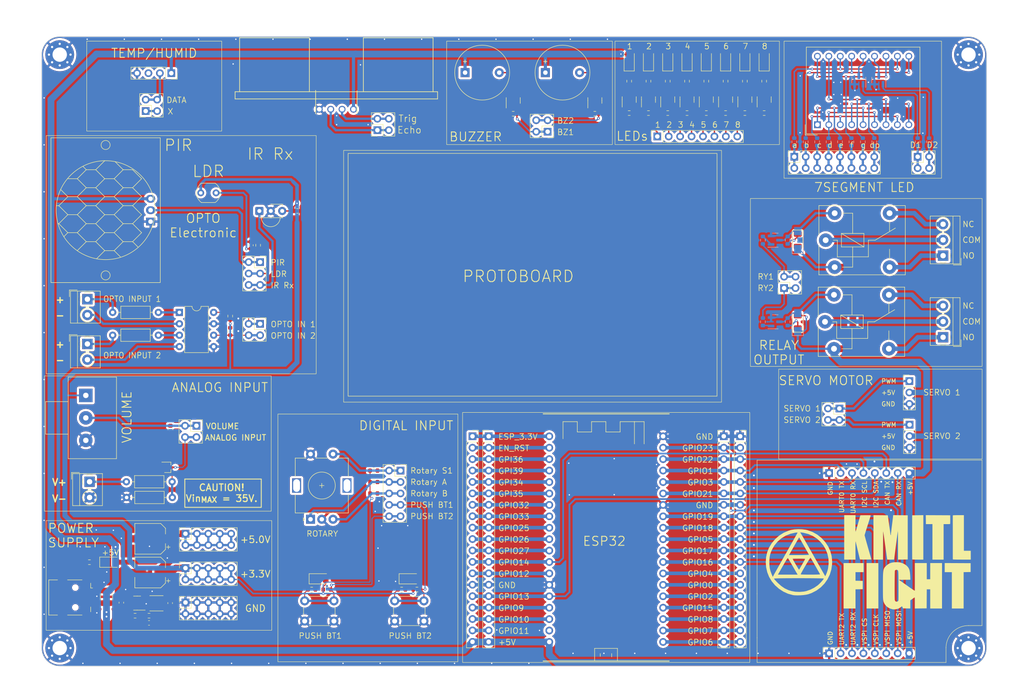
<source format=kicad_pcb>
(kicad_pcb (version 20221018) (generator pcbnew)
  (layers (0 "F.Cu" signal) (31 "B.Cu" signal) (34 "B.Paste" user) (35 "F.Paste" user) (36 "B.SilkS" user "B.Silkscreen") (37 "F.SilkS" user "F.Silkscreen") (38 "B.Mask" user) (39 "F.Mask" user) (44 "Edge.Cuts" user))
  (net 0 "")
  (net 1 "GND")
  (net 2 "+5V")
  (net 3 "Net-(BZ1-+)")
  (net 5 "+3.3V")
  (net 6 "/EN_RST")
  (net 7 "/GPI36")
  (net 8 "/GPI39")
  (net 9 "/GPI34")
  (net 10 "/GPI35")
  (net 11 "/GPIO32")
  (net 12 "/GPIO33")
  (net 13 "/GPIO25")
  (net 14 "/GPIO26")
  (net 15 "/GPIO27")
  (net 16 "/GPIO14")
  (net 17 "/GPIO12")
  (net 18 "/GPIO13")
  (net 19 "/GPIO9")
  (net 20 "/GPIO10")
  (net 21 "/GPIO11")
  (net 22 "/GPIO23")
  (net 23 "/GPIO22")
  (net 24 "/GPIO1")
  (net 25 "/GPIO3")
  (net 26 "/GPIO21")
  (net 27 "/GPIO19")
  (net 28 "/GPIO18")
  (net 29 "/GPIO5")
  (net 30 "/GPIO17")
  (net 31 "/GPIO16")
  (net 32 "/GPIO4")
  (net 33 "/GPIO0")
  (net 34 "/GPIO2")
  (net 35 "/GPIO15")
  (net 36 "/GPIO8")
  (net 37 "/GPIO7")
  (net 38 "/GPIO6")
  (net 39 "Net-(Q2-B)")
  (net 40 "Net-(Q3-B)")
  (net 41 "Net-(Q4-B)")
  (net 42 "Net-(Q5-B)")
  (net 43 "Net-(Q5-C)")
  (net 44 "Net-(Q6-B)")
  (net 45 "Net-(Q6-C)")
  (net 46 "Net-(Q7-B)")
  (net 47 "Net-(Q7-C)")
  (net 48 "Net-(Q8-B)")
  (net 49 "Net-(Q8-C)")
  (net 50 "Net-(Q9-B)")
  (net 51 "Net-(Q9-C)")
  (net 52 "/LED1")
  (net 53 "Net-(BZ2-+)")
  (net 54 "Net-(LED1-K)")
  (net 55 "Net-(LED2-K)")
  (net 56 "Net-(LED3-K)")
  (net 57 "Net-(LED4-K)")
  (net 58 "Net-(LED5-K)")
  (net 59 "Net-(LED6-K)")
  (net 60 "Net-(LED7-K)")
  (net 61 "Net-(LED8-K)")
  (net 62 "Net-(D1-A)")
  (net 63 "Net-(Q10-B)")
  (net 64 "/BUZZER2")
  (net 65 "/BUZZER1")
  (net 66 "/LED2")
  (net 67 "/LED3")
  (net 68 "/LED4")
  (net 69 "/LED5")
  (net 70 "/LED6")
  (net 71 "/LED7")
  (net 72 "/LED8")
  (net 73 "Net-(Q1-B)")
  (net 74 "Net-(Q11-B)")
  (net 75 "Net-(Q12-B)")
  (net 76 "/RELAY1")
  (net 77 "/RELAY2")
  (net 78 "/DATA")
  (net 79 "/Echo")
  (net 80 "/Trig")
  (net 81 "Net-(D2-A)")
  (net 82 "Net-(P3-Pin_2)")
  (net 83 "Net-(R33-Pad2)")
  (net 84 "/SEG_A")
  (net 85 "/SEG_B")
  (net 86 "/SEG_C")
  (net 87 "/SEG_D")
  (net 88 "/SEG_E")
  (net 89 "/SEG_F")
  (net 90 "/SEG_G")
  (net 91 "/SEG_DP")
  (net 92 "/DIG1")
  (net 93 "/DIG2")
  (net 94 "Net-(Q13-B)")
  (net 95 "Net-(Q14-B)")
  (net 96 "/S_A")
  (net 97 "/S_B")
  (net 98 "/S_C")
  (net 99 "Net-(P1-Pin_3)")
  (net 100 "Net-(P1-Pin_1)")
  (net 101 "Net-(P2-Pin_2)")
  (net 102 "Net-(P2-Pin_3)")
  (net 103 "Net-(P1-Pin_2)")
  (net 104 "Net-(P2-Pin_1)")
  (net 105 "Net-(Q13-C)")
  (net 106 "Net-(Q14-C)")
  (net 107 "Net-(LED9-K)")
  (net 108 "Net-(LED10-K)")
  (net 109 "/S_D")
  (net 110 "/S_E")
  (net 111 "/S_F")
  (net 112 "/S_G")
  (net 113 "/S_DP")
  (net 114 "/Poten_voltage")
  (net 116 "Net-(Q4-C)")
  (net 117 "Net-(Q3-C)")
  (net 118 "Net-(Q2-C)")
  (net 119 "Net-(J6-Pin_1)")
  (net 120 "/SERVO1")
  (net 121 "/SERVO2")
  (net 122 "/POTO_OUT1")
  (net 123 "/POTO_OUT2")
  (net 124 "Net-(P3-Pin_1)")
  (net 125 "/Analog_Input")
  (net 126 "Net-(P4-Pin_1)")
  (net 127 "Net-(P4-Pin_2)")
  (net 128 "Net-(P5-Pin_1)")
  (net 129 "Net-(R34-Pad2)")
  (net 130 "/PIR_DATA")
  (net 131 "/LDR_OUTPUT")
  (net 132 "/IRRX_OUTPUT")
  (net 133 "/A_Rotary")
  (net 134 "/B_Rotary")
  (net 135 "/S1_Rotary")
  (net 136 "Net-(LED11-K)")
  (net 137 "Net-(LED12-K)")
  (net 138 "/S1_PB")
  (net 139 "/S2_PB")
  (net 140 "Net-(U7-FB)")
  (net 141 "/LX")
  (net 142 "Net-(J19-VBUS)")
  (net 146 "Net-(LED13-K)")
  (net 147 "/+3.3V_ESP")
  (footprint "Resistor_SMD:R_0603_1608Metric" (layer "F.Cu") (at 154.864286 37 180)
    (fp_text reference "R3")
    (fp_text value "10k")
  )
  (footprint "LED_SMD:LED_1206_3216Metric" (layer "F.Cu") (at 150.578572 25.35 90)
    (fp_text reference "LED1")
    (fp_text value "RED 1206")
  )
  (footprint "Resistor_SMD:R_0603_1608Metric" (layer "F.Cu") (at 167.721428 29.9 -90)
    (fp_text reference "R10")
    (fp_text value "470")
  )
  (footprint "Resistor_SMD:R_0603_1608Metric" (layer "F.Cu") (at 30.6 136.9 180)
    (fp_text reference "R45")
    (fp_text value "470")
  )
  (footprint "Resistor_SMD:R_0603_1608Metric" (layer "F.Cu") (at 103.4 142.983333)
    (fp_text reference "R40")
    (fp_text value "10k")
  )
  (footprint "Capacitor_SMD:C_0603_1608Metric" (layer "F.Cu") (at 43.85 150.4 180)
    (fp_text reference "C2")
    (fp_text value "1nF/50V")
  )
  (footprint "Library:ESP32-DevKitC" (layer "F.Cu") (at 145.467906 131.4)
    (fp_text reference "U3")
    (fp_text value "esp32_38_pins-custom_library")
  )
  (footprint "LED_SMD:LED_1206_3216Metric" (layer "F.Cu") (at 176.292856 25.35 90)
    (fp_text reference "LED7")
    (fp_text value "RED 1206")
  )
  (footprint "LED_SMD:LED_1206_3216Metric" (layer "F.Cu") (at 188.05 83.445 90)
    (fp_text reference "LED9")
    (fp_text value "RED 1206")
  )
  (footprint "Resistor_SMD:R_0603_1608Metric" (layer "F.Cu") (at 172.007142 37 180)
    (fp_text reference "R11")
    (fp_text value "10k")
  )
  (footprint "Package_TO_SOT_SMD:SOT-23" (layer "F.Cu") (at 154.864286 34 90)
    (fp_text reference "Q3")
    (fp_text value "BC817")
  )
  (footprint "Connector_PinHeader_2.54mm:PinHeader_1x03_P2.54mm_Vertical" (layer "F.Cu") (at 212.852254 96.6125)
    (fp_text reference "J13")
    (fp_text value "SERVO 1")
  )
  (footprint "LED_SMD:LED_1206_3216Metric" (layer "F.Cu") (at 163.435714 25.35 90)
    (fp_text reference "LED4")
    (fp_text value "RED 1206")
  )
  (footprint "Package_TO_SOT_SMD:SOT-23" (layer "F.Cu") (at 176.292856 34 90)
    (fp_text reference "Q8")
    (fp_text value "BC817")
  )
  (footprint "Connector_PinSocket_2.54mm:PinSocket_2x02_P2.54mm_Vertical" (layer "F.Cu") (at 54.39 106.55)
    (fp_text reference "J18")
    (fp_text value "Analog Input")
  )
  (footprint "Resistor_SMD:R_0603_1608Metric" (layer "F.Cu") (at 163.435714 29.9 -90)
    (fp_text reference "R8")
    (fp_text value "470")
  )
  (footprint "Library:HC-SR04" (layer "F.Cu") (at 62.9875 32.25)
    (fp_text reference "U1")
    (fp_text value "HC-SR04")
  )
  (footprint "TerminalBlock_MetzConnect:TerminalBlock_MetzConnect_Type059_RT06302HBWC_1x02_P3.50mm_Horizontal" (layer "F.Cu") (at 30.15 78.405 -90)
    (fp_text reference "P3")
    (fp_text value "OPTO INPUT 1")
  )
  (footprint "Resistor_SMD:R_0603_1608Metric" (layer "F.Cu") (at 40.75 148.8 180)
    (fp_text reference "R47")
    (fp_text value "49.9k/1%")
  )
  (footprint "LED_SMD:LED_1206_3216Metric" (layer "F.Cu") (at 172.007142 25.35 90)
    (fp_text reference "LED6")
    (fp_text value "RED 1206")
  )
  (footprint "Connector_PinSocket_2.54mm:PinSocket_1x08_P2.54mm_Vertical" (layer "F.Cu") (at 195.025 117.075 90)
    (fp_text reference "J23")
    (fp_text value "Conn_01x08")
  )
  (footprint "Connector_PinSocket_2.54mm:PinSocket_1x08_P2.54mm_Vertical" (layer "F.Cu") (at 156.823071 42.2 90)
    (fp_text reference "J5")
    (fp_text value "LED x8")
  )
  (footprint "Capacitor_SMD:C_0603_1608Metric" (layer "F.Cu") (at 66.49 66.4 90)
    (fp_text reference "C6")
    (fp_text value "1nF")
  )
  (footprint "Connector_PinSocket_2.54mm:PinSocket_2x05_P2.54mm_Vertical" (layer "F.Cu") (at 51.95 145.86 90)
    (fp_text reference "J22")
    (fp_text value "GND")
  )
  (footprint "Connector_PinHeader_2.54mm:PinHeader_1x03_P2.54mm_Vertical" (layer "F.Cu") (at 212.902254 106.3125)
    (fp_text reference "J14")
    (fp_text value "SERVO 2")
  )
  (footprint "Resistor_SMD:R_0603_1608Metric" (layer "F.Cu") (at 124.8 37.15 180)
    (fp_text reference "R18")
    (fp_text value "10k")
  )
  (footprint "Package_TO_SOT_SMD:SOT-23" (layer "F.Cu") (at 163.435714 34 90)
    (fp_text reference "Q5")
    (fp_text value "BC817")
  )
  (footprint "Resistor_SMD:R_0603_1608Metric" (layer "F.Cu") (at 93.8 116.525)
    (fp_text reference "R50")
    (fp_text value "10k")
  )
  (footprint "Resistor_SMD:R_0603_1608Metric" (layer "F.Cu") (at 61.9 85.584999 90)
    (fp_text reference "R36")
    (fp_text value "47k")
  )
  (footprint "LED_SMD:LED_1206_3216Metric" (layer "F.Cu") (at 35.17 136.9)
    (fp_text reference "LED13")
    (fp_text value "RED 1206")
  )
  (footprint "Resistor_SMD:R_0603_1608Metric" (layer "F.Cu") (at 100 142.983333 180)
    (fp_text reference "R39")
    (fp_text value "470")
  )
  (footprint "Connector_PinSocket_2.54mm:PinSocket_2x03_P2.54mm_Vertical" (layer "F.Cu") (at 68.54 70.15)
    (fp_text reference "J16")
    (fp_text value "OPTO")
  )
  (footprint "Resistor_SMD:R_0603_1608Metric" (layer "F.Cu") (at 150.578572 37 180)
    (fp_text reference "R2")
    (fp_text value "10k")
  )
  (footprint "Connector_PinSocket_2.54mm:PinSocket_2x02_P2.54mm_Vertical" (layer "F.Cu") (at 68.54 83.879999)
    (fp_text reference "J15")
    (fp_text value "OPTO ISOLATOR")
  )
  (footprint "Package_TO_SOT_SMD:SOT-23" (layer "F.Cu") (at 150.578572 34 90)
    (fp_text reference "Q2")
    (fp_text value "BC817")
  )
  (footprint "Resistor_THT:R_Axial_DIN0207_L6.3mm_D2.5mm_P10.16mm_Horizontal" (layer "F.Cu") (at 38.87 122.505)
    (fp_text reference "R44")
    (fp_text value "10k")
  )
  (footprint "Relay_THT:Relay_SPDT_Finder_36.11" (layer "F.Cu") (at 194.25 65.275)
    (fp_text reference "K2")
    (fp_text value "FINDER-36.11" hide)
  )
  (footprint "Capacitor_SMD:CP_Elec_6.3x7.7" (layer "F.Cu") (at 44.1 139.2 180)
    (fp_text reference "C3")
    (fp_text value "100uF/35V")
  )
  (footprint "Rotary_Encoder:RotaryEncoder_Alps_EC11E-Switch_Vertical_H20mm" (layer "F.Cu") (at 79.75 127.35 90)
    (fp_text reference "SW1")
    (fp_text value "RotaryEncoder_Switch")
  )
  (footprint "TerminalBlock_MetzConnect:TerminalBlock_MetzConnect_Type059_RT06303HBWC_1x03_P3.50mm_Horizontal" (layer "F.Cu") (at 220.35 86.87 90)
    (fp_text reference "P1")
    (fp_text value "K1")
  )
  (footprint "Resistor_SMD:R_0603_1608Metric" (layer "F.Cu") (at 93.8 121.605)
    (fp_text reference "R49")
    (fp_text value "10k")
  )
  (footprint "Connector_PinSocket_2.54mm:PinSocket_2x05_P2.54mm_Vertical" (layer "F.Cu") (at 51.95 138.21 90)
    (fp_text reference "J21")
    (fp_text value "+3.3V")
  )
  (footprint "LED_SMD:LED_1206_3216Metric" (layer "F.Cu") (at 154.864286 25.35 90)
    (fp_text reference "LED2")
    (fp_text value "RED 1206")
  )
  (footprint "Capacitor_SMD:C_0603_1608Metric" (layer "F.Cu") (at 48.55 146 90)
    (fp_text reference "C4")
    (fp_text value "100nF/50V")
  )
  (footprint "Resistor_SMD:R_0603_1608Metric" (layer "F.Cu") (at 83.4 142.983333)
    (fp_text reference "R41")
    (fp_text value "10k")
  )
  (footprint "MountingHole:MountingHole_3.2mm_M3_Pad_Via" (layer "F.Cu") (at 226 24)
    (fp_text reference "H3")
    (fp_text value "MountingHole_Pad" hide)
  )
  (footprint "TerminalBlock_MetzConnect:TerminalBlock_MetzConnect_Type059_RT06302HBWC_1x02_P3.50mm_Horizontal" (layer "F.Cu") (at 30.6325 119.005 -90)
    (fp_text reference "P5")
    (fp_text value "Voltage Input")
  )
  (footprint "Capacitor_SMD:CP_Elec_6.3x7.7" (layer "F.Cu") (at 44.1 131.7 180)
    (fp_text reference "C5")
    (fp_text value "100uF/35V")
  )
  (footprint "TerminalBlock_MetzConnect:TerminalBlock_MetzConnect_Type059_RT06303HBWC_1x03_P3.50mm_Horizontal" (layer "F.Cu") (at 220.35 68.72 90)
    (fp_text reference "P2")
    (fp_text value "K2")
  )
  (footprint "LED_SMD:LED_1206_3216Metric" (layer "F.Cu") (at 180.578572 25.35 90)
    (fp_text reference "LED8")
    (fp_text value "RED 1206")
  )
  (footprint "LED_SMD:LED_1206_3216Metric" (layer "F.Cu") (at 81.72 140.6)
    (fp_text reference "LED12")
    (fp_text value "RED 1206")
  )
  (footprint "MountingHole:MountingHole_3.2mm_M3_Pad_Via" (layer "F.Cu") (at 24 24)
    (fp_text reference "H1")
    (fp_text value "MountingHole_Pad" hide)
  )
  (footprint "Package_TO_SOT_SMD:SOT-23-5" (layer "F.Cu") (at 41.2 146 180)
    (fp_text reference "U7")
    (fp_text value "SY8089AAAC(SOT23-5)")
  )
  (footprint "OptoDevice:R_LDR_5.1x4.3mm_P3.4mm_Vertical" (layer "F.Cu") (at 55.35 54.75)
    (fp_text reference "R37")
    (fp_text value "LDR07")
  )
  (footprint "Button_Switch_THT:SW_PUSH_6mm_H5mm" (layer "F.Cu") (at 104.95 150 180)
    (fp_text reference "SW2")
    (fp_text value "SW_Push")
  )
  (footprint "Resistor_SMD:R_0603_1608Metric" (layer "F.Cu") (at 180.578572 37 180)
    (fp_text reference "R15")
    (fp_text value "10k")
  )
  (footprint "Resistor_SMD:R_0603_1608Metric" (layer "F.Cu") (at 172.007142 29.9 -90)
    (fp_text reference "R12")
    (fp_text value "470")
  )
  (footprint "Connector_PinSocket_2.54mm:PinSocket_2x05_P2.54mm_Vertical" (layer "F.Cu") (at 99.75 116.525)
    (fp_text reference "J17")
    (fp_text value "SWITCH")
  )
  (footprint "LED_SMD:LED_1206_3216Metric" (layer "F.Cu") (at 188.05 65.295 -90)
    (fp_text reference "LED10")
    (fp_text value "RED 1206")
  )
  (footprint "Resistor_SMD:R_0603_1608Metric" (layer "F.Cu") (at 93.8 119.065)
    (fp_text reference "R48")
    (fp_text value "10k")
  )
  (footprint "Connector_PinSocket_2.54mm:PinSocket_2x02_P2.54mm_Vertical" (layer "F.Cu") (at 43.11 36.55 180)
    (fp_text reference "J6")
    (fp_text value "TEMP-HUMID")
  )
  (footprint "Resistor_THT:R_Axial_DIN0207_L6.3mm_D2.5mm_P10.16mm_Horizontal" (layer "F.Cu") (at 35.77 81.329999)
    (fp_text reference "R33")
    (fp_text value "1k")
  )
  (footprint "Resistor_SMD:R_0603_1608Metric" (layer "F.Cu") (at 159.15 37 180)
    (fp_text reference "R5")
    (fp_text value "10k")
  )
  (footprint "Inductor_SMD:L_Neosid_SMS-ME3015" (layer "F.Cu") (at 45.5 146.05)
    (fp_text reference "L1")
    (fp_text value "2.2uH/1.5A")
  )
  (footprint "Training_Based:KMITL" (layer "F.Cu") (at 212.3 136.926919)
    (fp_text reference "GKMITLLOGO" hide)
    (fp_text value "LOGO" hide)
  )
  (footprint "Package_DIP:DIP-8_W7.62mm" (layer "F.Cu") (at 50.6 81.329999)
    (fp_text reference "U5")
    (fp_text value "LTV-827")
  )
  (footprint "Training_Based:SIET_15x15" (layer "F.Cu") (at 188.3 136.9)
    (fp_text reference "GSIETLOGO" hide)
    (fp_text value "LOGO" hide)
  )
  (footprint "Package_TO_SOT_SMD:SOT-23" (layer "F.Cu") (at 180.578572 34 90)
    (fp_text reference "Q9")
    (fp_text value "BC817")
  )
  (footprint "Resistor_SMD:R_0603_1608Metric" (layer "F.Cu") (at 176.292856 37 180)
    (fp_text reference "R13")
    (fp_text value "10k")
  )
  (footprint "Connector_PinSocket_2.54mm:PinSocket_2x08_P2.54mm_Vertical" (layer "F.Cu") (at 187.275 46.71 90)
    (fp_text reference "J10")
    (fp_text value "7 Segment Digit" hide)
  )
  (footprint "Resistor_SMD:R_0603_1608Metric" (layer "F.Cu") (at 68.1 66.4 -90)
    (fp_text reference "R38")
    (fp_text value "10k")
  )
  (footprint "Resistor_THT:R_Axial_DIN0207_L6.3mm_D2.5mm_P10.16mm_Horizontal" (layer "F.Cu") (at 48.98 119.005 180)
    (fp_text reference "R43")
    (fp_text value "100k")
  )
  (footprint "Connector_USB:USB_Mini-B_Lumberg_2486_01_Horizontal" (layer "F.Cu") (at 27.475 144.75 -90)
    (fp_text reference "J19")
    (fp_text value "USB_B_Mini")
  )
  (footprint "Resistor_SMD:R_0603_1608Metric" (layer "F.Cu") (at 176.292856 29.9 -90)
    (fp_text reference "R14")
    (fp_text value "470")
  )
  (footprint "Fuse:Fuse_1210_3225Metric" (layer "F.Cu") (at 34.4 144.6 90)
    (fp_text reference "F1")
    (fp_text value "3.00A")
  )
  (footprint "Connector_PinSocket_2.54mm:PinSocket_2x02_P2.54mm_Vertical" (layer "F.Cu") (at 197.3 102.7125)
    (fp_text reference "J12")
    (fp_text value "SERVO MOTOR")
  )
  (footprint "Buzzer_Beeper:Buzzer_12x9.5RM7.6" (layer "F.Cu") (at 114.1 28)
    (fp_text reference "BZ1")
    (fp_text value "Buzzer (IN)")
  )
  (footprint "Display_7Segment:DA56-11SURKWA" (layer "F.Cu") (at 192.4125 39.5875 90)
    (fp_text reference "U4")
    (fp_text value "DC56-11SURKWA")
  )
  (footprint "Capacitor_SMD:C_0603_1608Metric" (layer "F.Cu") (at 48.6 107.325 -90)
    (fp_text reference "C8")
    (fp_text value "1nF")
  )
  (footprint "Button_Switch_THT:SW_PUSH_6mm_H5mm" (layer "F.Cu") (at 84.95 149.999999 180)
    (fp_text reference "SW3")
    (fp_text value "SW_Push")
  )
  (footprint "Capacitor_SMD:C_0603_1608Metric" (layer "F.Cu") (at 76.8 58.775)
    (fp_text reference "C7")
    (fp_text value "0.1uF")
  )
  (footprint "LED_SMD:LED_1206_3216Metric" (layer "F.Cu") (at 167.721428 25.35 90)
    (fp_text reference "LED5")
    (fp_text value "RED 1206")
  )
  (footprint "Potentiometer_THT:Potentiometer_Alps_RK163_Single_Horizontal" (layer "F.Cu") (at 29.8 99.8)
    (fp_text reference "RV1")
    (fp_text value "50kB")
  )
  (footprint "OptoDevice:Vishay_MINICAST-3Pin" (layer "F.Cu") (at 68.375 58.775)
    (fp_text reference "U6")
    (fp_text value "TSOP382xx")
  )
  (footprint "Buzzer_Beeper:Buzzer_12x9.5RM7.6" (layer "F.Cu") (at 131.95 28)
    (fp_text reference "BZ2")
    (fp_text value "Buzzer (EX)")
  )
  (footprint "Package_TO_SOT_SMD:SOT-23" (layer "F.Cu") (at 172.007142 34 90)
    (fp_text reference "Q7")
    (fp_text value "BC817")
  )
  (footprint "Resistor_SMD:R_0603_1608Metric" (layer "F.Cu") (at 167.721428 37 180)
    (fp_text reference "R9")
    (fp_text value "10k")
  )
  (footprint "Resistor_THT:R_Axial_DIN0207_L6.3mm_D2.5mm_P10.16mm_Horizontal" (layer "F.Cu") (at 35.77 86.409999)
    (fp_text reference "R34")
    (fp_text value "1k")
  )
  (footprint "Resistor_SMD:R_0603_1608Metric" (layer "F.Cu") (at 159.15 29.9 -90)
    (fp_text reference "R6")
    (fp_text value "470")
  )
  (footprint "Resistor_SMD:R_0603_1608Metric" (layer "F.Cu") (at 150.578572 29.9 -90)
    (fp_text reference "R1")
    (fp_text value "470")
  )
  (footprint "Connector_PinHeader_2.54mm:PinHeader_1x19_P2.54mm_Vertical" (layer "F.Cu") (at 171.6 108.8956)
    (fp_text reference "J4")
    (fp_text value "ESP32_RIGHT_B" hide)
  )
  (footprint "Package_TO_SOT_SMD:SOT-23" (layer "F.Cu") (at 159.15 34 90)
    (fp_text reference "Q4")
    (fp_text value "BC817")
  )
  (footprint "TerminalBlock_MetzConnect:TerminalBlock_MetzConnect_Type059_RT06302HBWC_1x02_P3.50mm_Horizontal" (layer "F.Cu") (at 30.15 88.355 -90)
    (fp_text reference "P4")
    (fp_text value "OPTO INPUT 2")
  )
  (footprint "Package_TO_SOT_SMD:SOT-23" (layer "F.Cu") (at 167.721428 34 90)
    (fp_text reference "Q6")
    (fp_text value "BC817")
  )
  (footprint "Relay_THT:Relay_SPDT_Finder_36.11" (layer "F.Cu") (at 194.1 83.425)
    (fp_text reference "K1")
    (fp_text value "FINDER-36.11" hide)
  )
  (footprint "Resistor_SMD:R_0603_1608Metric" (layer "F.Cu") (at 180.578572 29.9 -90)
    (fp_text reference "R16")
    (fp_text value "470")
  )
  (footprint "MountingHole:MountingHole_3.2mm_M3_Pad_Via" (layer "F.Cu") (at 226 156)
    (fp_text reference "H2")
    (fp_text value "MountingHole_Pad" hide)
  )
  (footprint "Resistor_SMD:R_0603_1608Metric" (layer "F.Cu") (at 80 142.983333 180)
    (fp_text reference "R42")
    (fp_text value "470")
  )
  (footprint "LED_SMD:LED_1206_3216Metric" (layer "F.Cu") (at 159.15 25.35 90)
    (fp_text reference "LED3")
    (fp_text value "RED 1206")
  )
  (footprint "Connector_PinSocket_2.54mm:PinSocket_1x19_P2.54mm_Vertical" (layer "F.Cu") (at 115.75 108.8956)
    (fp_text reference "J2")
    (fp_text value "ESP32_LEFT_B" hide)
  )
  (footprint "Package_TO_SOT_SMD:SOT-23" (layer "F.Cu") (at 124.8 34.2 90)
    (fp_text reference "Q1")
    (fp_text value "BC817")
  )
  (footprint "Capacitor_SMD:C_0603_1608Metric" (layer "F.Cu") (at 37.7 145.9 -90)
    (fp_text reference "C1")
    (fp_text value "22uF/6.3V")
  )
  (footprint "Resistor_SMD:R_0603_1608Metric" (layer "F.Cu") (at 142.95 37.15 180)
    (fp_text reference "R17")
    (fp_text value "10k")
  )
  (footprint "Package_TO_SOT_SMD:SOT-323_SC-70" (layer "F.Cu") (at 47.98 115.8)
    (fp_text reference "D3")
    (fp_text value "BZX84C3V3LT1G")
  )
  (footprint "Connector_PinSocket_2.54mm:PinSocket_2x05_P2.54mm_Vertical" (layer "F.Cu") (at 51.95 130.56 90)
    (fp_text reference "J20")
    (fp_text value "+5V")
  )
  (footprint "Library:Protoboard" (layer "F.Cu") (at 129.1 72.968256 90)
    (fp_text reference "U2")
    (fp_text value "Protoboard")
  )
  (footprint "LED_SMD:LED_1206_3216Metric" (layer "F.Cu") (at 101.72 140.6)
    (fp_text reference "LED11")
    (fp_text value "RED 1206")
  )
  (footprint "Resistor_SMD:R_0603_1608Metric" (layer "F.Cu") (at 154.864286 29.9 -90)
    (fp_text reference "R4")
    (fp_text value "470")
  )
  (footprint "Connector_PinSocket_2.54mm:PinSocket_2x02_P2.54mm_Vertical" (layer "F.Cu") (at 94.61 40.8 180)
    (fp_text reference "J7")
    (fp_text value "Ultrasonic")
  )
  (footprint "Connector_PinSocket_2.54mm:PinSocket_2x02_P2.54mm_Vertical" (layer "F.Cu") (at 185.01 75.925 180)
    (fp_text reference "J9")
    (fp_text value "RELAY")
  )
  (footprint "Resistor_SMD:R_0603_1608Metric" (layer "F.Cu") (at 163.435714 37 180)
    (fp_text reference "R7")
    (fp_text value "10k")
  )
  (footprint "Connector_PinHeader_2.54mm:PinHeader_1x19_P2.54mm_Vertical" (layer "F.Cu") (at 119.35 108.8956)
    (fp_text reference "J1")
    (fp_text value "ESP32_LEFT_A" hide)
  )
  (footprint "Connector_PinSocket_2.54mm:PinSocket_1x04_P2.54mm_Vertical" (layer "F.Cu") (at 48.8 28.125 -90)
    (fp_text reference "TH2")
    (fp_text value "DHT22_Temperature_Humidity")
  )
  (footprint "Connector_PinSocket_2.54mm:PinSocket_2x02_P2.54mm_Vertical" (layer "F.Cu") (at 132.45 41.14 -90)
    (fp_text reference "J8")
    (fp_text value "Buzzer")
  )
  (footprint "Connector_PinSocket_2.54mm:PinSocket_1x08_P2.54mm_Vertical" (layer "F.Cu") (at 195.025 157.175 90)
    (fp_text reference "J24")
    (fp_text value "Conn_01x08" hide)
  )
  (footprint "Resistor_SMD:R_0603_1608Metric" (layer "F.Cu") (at 43.85 148.8 180)
    (fp_text reference "R46")
    (fp_text value "220k")
  )
  (footprint "Resistor_SMD:R_0603_1608Metric" (layer "F.Cu") (at 61.9 82.154999 -90)
    (fp_text reference "R35")
    (fp_text value "47k")
  )
  (footprint "Package_TO_SOT_SMD:SOT-23" (layer "F.Cu") (at 142.95 34.2 90)
    (fp_text reference "Q10")
    (fp_text value "BC817")
  )
  (footprint "MountingHole:MountingHole_3.2mm_M3_Pad_Via" (layer "F.Cu") (at 24 156)
    (fp_text reference "H4")
    (fp_text value "MountingHole_Pad" hide)
  )
  (footprint "Sensors:PIR_HC-SR501" (layer "F.Cu") (at 34.2 58.6 -90)
    (fp_text reference "PIR1")
    (fp_text value "PIR_Motion_Sensor")
  )
  (footprint "Connector_PinSocket_2.54mm:PinSocket_2x02_P2.54mm_Vertical" (layer "F.Cu") (at 214.7 46.71 90)
    (fp_text reference "J11")
    (fp_text value "7 Segment Common" hide)
  )
  (footprint "Connector_PinSocket_2.54mm:PinSocket_1x19_P2.54mm_Vertical" (layer "F.Cu") (at 175.25 108.8956)
    (fp_text reference "J3")
    (fp_text value "ESP32_RIGHT_A" hide)
  )
  (footprint "Resistor_SMD:R_0603_1608Metric" (layer "B.Cu") (at 194.895 43.4 90)
    (fp_text reference "R26")
    (fp_text value "470")
  )
  (footprint "Resistor_SMD:R_0603_1608Metric" (layer "B.Cu") (at 192.355 43.4 90)
    (fp_text reference "R25")
    (fp_text value "470")
  )
  (footprint "Package_TO_SOT_SMD:SOT-23" (layer "B.Cu") (at 183.05 65.275)
    (fp_text reference "Q12")
    (fp_text value "BC817")
  )
  (footprint "Training_Based:DO-214AC" (layer "B.Cu") (at 188.05 65.25 90)
    (fp_text reference "D2")
    (fp_text value "M7")
  )
  (footprint "Package_TO_SOT_SMD:SOT-23" (layer "B.Cu") (at 206.0625 29.65 90)
    (fp_text reference "Q14")
    (fp_text value "BC817")
  )
  (footprint "Package_TO_SOT_SMD:SOT-23" (layer "B.Cu") (at 183.05 83.425)
    (fp_text reference "Q11")
    (fp_text value "BC817")
  )
  (footprint "Package_TO_SOT_SMD:SOT-23" (layer "B.Cu") (at 201.6225 29.65 90)
    (fp_text reference "Q13")
    (fp_text value "BC817")
  )
  (footprint "Training_Based:DO-214AC" (layer "B.Cu") (at 188.05 83.5 90)
    (fp_text reference "D1")
    (fp_text value "M7")
  )
  (footprint "Resistor_SMD:R_0603_1608Metric" (layer "B.Cu") (at 197.435 43.4 90)
    (fp_text reference "R27")
    (fp_text value "470")
  )
  (footprint "Resistor_SMD:R_0603_1608Metric" (layer "B.Cu") (at 180.3 65.275 90)
    (fp_text reference "R20")
    (fp_text value "4.7k")
  )
  (footprint "Resistor_SMD:R_0603_1608Metric" (layer "B.Cu") (at 187.275 43.4 90)
    (fp_text reference "R23")
    (fp_text value "470")
  )
  (footprint "Resistor_SMD:R_0603_1608Metric" (layer "B.Cu") (at 189.815 43.4 90)
    (fp_text reference "R24")
    (fp_text value "470")
  )
  (footprint "Resistor_SMD:R_0603_1608Metric" (layer "B.Cu") (at 217.24 43.4 90)
    (fp_text reference "R22")
    (fp_text value "4.7k")
  )
  (footprint "Resistor_SMD:R_0603_1608Metric" (layer "B.Cu") (at 185.8 83.425 90)
    (fp_text reference "R31")
    (fp_text value "470")
  )
  (footprint "Resistor_SMD:R_0603_1608Metric" (layer "B.Cu") (at 185.8 65.275 90)
    (fp_text reference "R32")
    (fp_text value "470")
  )
  (footprint "Resistor_SMD:R_0603_1608Metric" (layer "B.Cu") (at 202.515 43.4 90)
    (fp_text reference "R29")
    (fp_text value "470")
  )
  (footprint "Resistor_SMD:R_0603_1608Metric" (layer "B.Cu") (at 180.3 83.425 -90)
    (fp_text reference "R19")
    (fp_text value "4.7k")
  )
  (footprint "Resistor_SMD:R_0603_1608Metric" (layer "B.Cu") (at 214.7 43.4 90)
    (fp_text reference "R21")
    (fp_text value "4.7k")
  )
  (footprint "Resistor_SMD:R_0603_1608Metric" (layer "B.Cu") (at 205.055 43.4 90)
    (fp_text reference "R30")
    (fp_text value "470")
  )
  (footprint "Resistor_SMD:R_0603_1608Metric" (layer "B.Cu") (at 199.975 43.4 90)
    (fp_text reference "R28")
    (fp_text value "470")
  )
  (gr_line (start 179 116.6) (end 179 114.2) (stroke (width 0.1)) (layer "F.SilkS"))
  (gr_rect (start 185 21) (end 220 51.5) (stroke (width 0.1)) (fill none) (layer "F.SilkS"))
  (gr_line (start 229.0127 114.2) (end 229 151.0005) (stroke (width 0.1)) (layer "F.SilkS"))
  (gr_rect (start 147.423071 21) (end 183.973071 44) (stroke (width 0.1)) (fill none) (layer "F.SilkS"))
  (gr_rect (start 21 42) (end 81 95) (stroke (width 0.1)) (fill none) (layer "F.SilkS"))
  (gr_rect (start 183.8 93.9625) (end 229.0254 113.9625) (stroke (width 0.1)) (fill none) (layer "F.SilkS"))
  (gr_rect (start 20.6 95.45) (end 71 125.55) (stroke (width 0.1)) (fill none) (layer "F.SilkS"))
  (gr_line (start 179 114.2) (end 229.0127 114.2) (stroke (width 0.1)) (layer "F.SilkS"))
  (gr_arc (start 221.000001 155.9005) (mid 222.499294 152.429079) (end 226 150.999501) (stroke (width 0.1)) (layer "F.SilkS"))
  (gr_line (start 221 159.2) (end 221.000001 155.9) (stroke (width 0.1)) (layer "F.SilkS"))
  (gr_rect locked (start 51.8 118.4) (end 68.8 124.7) (stroke (width 0.2)) (fill none) (layer "F.SilkS"))
  (gr_rect (start 177.525 56) (end 229.025 93.35) (stroke (width 0.1)) (fill none) (layer "F.SilkS"))
  (gr_line (start 179 130.7) (end 179 126.3) (stroke (width 0.1)) (layer "F.SilkS"))
  (gr_line (start 179 126.3) (end 179 122.1) (stroke (width 0.1)) (layer "F.SilkS"))
  (gr_line (start 221.0127 159.2) (end 179 159.2) (stroke (width 0.1)) (layer "F.SilkS"))
  (gr_rect (start 110 21) (end 146.85 44) (stroke (width 0.1)) (fill none) (layer "F.SilkS"))
  (gr_line (start 179 156.6) (end 179 153.7) (stroke (width 0.1)) (layer "F.SilkS"))
  (gr_rect (start 113.540606 103.6) (end 177.390606 159.2) (stroke (width 0.1)) (fill none) (layer "F.SilkS"))
  (gr_line (start 179 143.9) (end 179 130.7) (stroke (width 0.1)) (layer "F.SilkS"))
  (gr_rect (start 20.975 127.65) (end 71.125 152.05) (stroke (width 0.1)) (fill none) (layer "F.SilkS"))
  (gr_line (start 179 153.7) (end 179 143.9) (stroke (width 0.1)) (layer "F.SilkS"))
  (gr_line (start 179 159.2) (end 179 156.6) (stroke (width 0.1)) (layer "F.SilkS"))
  (gr_line (start 226 150.999501) (end 229 151.0005) (stroke (width 0.1)) (layer "F.SilkS"))
  (gr_rect (start 87.1 45.3) (end 171.1 101.3) (stroke (width 0.1)) (fill none) (layer "F.SilkS"))
  (gr_rect (start 30 21) (end 60 41) (stroke (width 0.1)) (fill none) (layer "F.SilkS"))
  (gr_line (start 179 122.1) (end 179 116.6) (stroke (width 0.1)) (layer "F.SilkS"))
  (gr_rect (start 72.5 103.95) (end 112.5 159.05) (stroke (width 0.1)) (fill none) (layer "F.SilkS"))
  (gr_arc (start 20 24) (mid 21.171572 21.171572) (end 24 20) (stroke (width 0.1)) (layer "Edge.Cuts"))
  (gr_arc (start 24 160) (mid 21.171572 158.828428) (end 20 156) (stroke (width 0.1)) (layer "Edge.Cuts"))
  (gr_line (start 24 20) (end 226 20) (stroke (width 0.1)) (layer "Edge.Cuts"))
  (gr_line (start 226 160) (end 24 160) (stroke (width 0.1)) (layer "Edge.Cuts"))
  (gr_line (start 230 24) (end 230 156) (stroke (width 0.1)) (layer "Edge.Cuts"))
  (gr_arc (start 230 156) (mid 228.828428 158.828428) (end 226 160) (stroke (width 0.1)) (layer "Edge.Cuts"))
  (gr_line (start 20 156) (end 20 24) (stroke (width 0.1)) (layer "Edge.Cuts"))
  (gr_arc (start 226 20) (mid 228.828428 21.171572) (end 230 24) (stroke (width 0.1)) (layer "Edge.Cuts"))
  (gr_text locked "BUZZER" (at 110.45 43.45) (layer "F.SilkS") (effects (font (size 2 2) (thickness 0.2)) (justify left bottom)))
  (gr_text locked "b" (at 189.35 44.85) (layer "F.SilkS") (effects (font (size 1.27 1.27)) (justify left bottom)))
  (gr_text locked "2" (at 154.274024 22.9) (layer "F.SilkS") (effects (font (size 1.27 1.27)) (justify left bottom)))
  (gr_text locked "VSPI MOSI" (at 211.115 155.4 90) (layer "F.SilkS") (effects (font (size 1 1)) (justify left bottom)))
  (gr_text locked "GND" (at 206.55 112.005) (layer "F.SilkS") (effects (font (size 1 1)) (justify left bottom)))
  (gr_text locked "3" (at 158.559738 22.9) (layer "F.SilkS") (effects (font (size 1.27 1.27)) (justify left bottom)))
  (gr_text "GPIO14" (at 121.4 137.6856) (layer "F.SilkS") (effects (font (size 1.27 1.27)) (justify left bottom)))
  (gr_text "GPIO23" (at 169.35 112.2856) (layer "F.SilkS") (effects (font (size 1.27 1.27)) (justify right bottom)))
  (gr_text locked "TEMP/HUMID" (at 45 24.85) (layer "F.SilkS") (effects (font (size 2 2) (thickness 0.2)) (justify bottom)))
  (gr_text locked "7" (at 171.472809 40.35) (layer "F.SilkS") (effects (font (size 1.27 1.27)) (justify left bottom)))
  (gr_text "GPI39" (at 121.4 117.3656) (layer "F.SilkS") (effects (font (size 1.27 1.27)) (justify left bottom)))
  (gr_text locked "UART0 RX" (at 200.955 126.233334 90) (layer "F.SilkS") (effects (font (size 1 1)) (justify left bottom)))
  (gr_text locked "PWM" (at 206.55 106.925) (layer "F.SilkS") (effects (font (size 1 1)) (justify left bottom)))
  (gr_text "GPI35" (at 121.4 122.4456) (layer "F.SilkS") (effects (font (size 1.27 1.27)) (justify left bottom)))
  (gr_text "GPIO15" (at 169.35 147.8456) (layer "F.SilkS") (effects (font (size 1.27 1.27)) (justify right bottom)))
  (gr_text locked "5" (at 166.392809 40.35) (layer "F.SilkS") (effects (font (size 1.27 1.27)) (justify left bottom)))
  (gr_text "GPIO10" (at 121.4 150.3856) (layer "F.SilkS") (effects (font (size 1.27 1.27)) (justify left bottom)))
  (gr_text locked "OPTO INPUT 1" (at 33.6 79.1) (layer "F.SilkS") (effects (font (size 1.27 1.2)) (justify left bottom)))
  (gr_text locked "X" (at 47.9 37.4) (layer "F.SilkS") (effects (font (size 1.27 1.27)) (justify left bottom)))
  (gr_text locked "GND" (at 65.071428 148.05) (layer "F.SilkS") (effects (font (size 1.5 1.5) (thickness 0.2)) (justify left bottom)))
  (gr_text "GPIO27" (at 121.4 135.1456) (layer "F.SilkS") (effects (font (size 1.27 1.27)) (justify left bottom)))
  (gr_text "GPI34" (at 121.4 119.9056) (layer "F.SilkS") (effects (font (size 1.27 1.27)) (justify left bottom)))
  (gr_text "GPIO17" (at 169.35 135.1456) (layer "F.SilkS") (effects (font (size 1.27 1.27)) (justify right bottom)))
  (gr_text "+" (at 22.95 89.33) (layer "F.SilkS") (effects (font (size 1.5 1.5) (thickness 0.3) bold) (justify left bottom)))
  (gr_text locked "c" (at 192.2 44.85) (layer "F.SilkS") (effects (font (size 1.27 1.27)) (justify left bottom)))
  (gr_text locked "I2C SCL" (at 203.495 124.852381 90) (layer "F.SilkS") (effects (font (size 1 1)) (justify left bottom)))
  (gr_text locked "D1" (at 212.9 44.85) (layer "F.SilkS") (effects (font (size 1.27 1.27)) (justify left bottom)))
  (gr_text locked "BZ1" (at 134.5 41.99) (layer "F.SilkS") (effects (font (size 1.27 1.27)) (justify left bottom)))
  (gr_text locked "OPTO INPUT 2" (at 33.6 91.65) (layer "F.SilkS") (effects (font (size 1.27 1.2)) (justify left bottom)))
  (gr_text locked "IR Rx" (at 70.8 76.08) (layer "F.SilkS") (effects (font (size 1.27 1.27)) (justify left bottom)))
  (gr_text "GPIO18" (at 169.35 130.0656) (layer "F.SilkS") (effects (font (size 1.27 1.27)) (justify right bottom)))
  (gr_text "GND" (at 169.35 109.7456) (layer "F.SilkS") (effects (font (size 1.27 1.27)) (justify right bottom)))
  (gr_text "-" (at 22.95 92.83) (layer "F.SilkS") (effects (font (size 1.5 1.5) (thickness 0.3) bold) (justify left bottom)))
  (gr_text "ESP32" (at 140.15 133.4) (layer "F.SilkS") (effects (font (size 2 2) (thickness 0.2) bold) (justify left bottom)))
  (gr_text locked "Rotary B" (at 101.85 122.3375) (layer "F.SilkS") (effects (font (size 1.24 1.27)) (justify left bottom)))
  (gr_text "GPIO13" (at 121.4 145.3056) (layer "F.SilkS") (effects (font (size 1.27 1.27)) (justify left bottom)))
  (gr_text "GND" (at 169.35 124.9856) (layer "F.SilkS") (effects (font (size 1.27 1.27)) (justify right bottom)))
  (gr_text locked "UART0 TX" (at 198.415 125.995239 90) (layer "F.SilkS") (effects (font (size 1 1)) (justify left bottom)))
  (gr_text locked "Trig" (at 99.2 39.11) (layer "F.SilkS") (effects (font (size 1.5 1.5)) (justify left bottom)))
  (gr_text locked "+5V" (at 206.55 109.465) (layer "F.SilkS") (effects (font (size 1 1)) (justify left bottom)))
  (gr_text locked "DIGITAL INPUT" (at 101 107.7) (layer "F.SilkS") (effects (font (size 2 2) (thickness 0.2)) (justify bottom)))
  (gr_text "GPIO6" (at 169.35 155.4656) (layer "F.SilkS") (effects (font (size 1.27 1.27)) (justify right bottom)))
  (gr_text "GPIO8" (at 169.35 150.3856) (layer "F.SilkS") (effects (font (size 1.27 1.27)) (justify right bottom)))
  (gr_text locked "ANALOG INPUT" (at 63.073761 109.94) (layer "F.SilkS") (effects (font (size 1.27 1.27) (thickness 0.2)) (justify bottom)))
  (gr_text locked "4" (at 163.852809 40.35) (layer "F.SilkS") (effects (font (size 1.27 1.27)) (justify left bottom)))
  (gr_text locked "OPTO IN 2" (at 70.8 87.269999) (layer "F.SilkS") (effects (font (size 1.27 1.27)) (justify left bottom)))
  (gr_text locked "OPTO IN 1" (at 70.8 84.729999) (layer "F.SilkS") (effects (font (size 1.27 1.27)) (justify left bottom)))
  (gr_text locked "4" (at 162.845452 22.9) (layer "F.SilkS") (effects (font (size 1.27 1.27)) (justify left bottom)))
  (gr_text locked "CAN TX" (at 208.575 124.280953 90) (layer "F.SilkS") (effects (font (size 1 1)) (justify left bottom)))
  (gr_text locked "PUSH BT2" (at 101.85 127.4175) (layer "F.SilkS") (effects (font (size 1.24 1.27)) (justify left bottom)))
  (gr_text "GPIO16" (at 169.35 137.6856) (layer "F.SilkS") (effects (font (size 1.27 1.27)) (justify right bottom)))
  (gr_text "GPIO33" (at 121.4 127.5256) (layer "F.SilkS") (effects (font (size 1.27 1.27)) (justify left bottom)))
  (gr_text "GPIO2" (at 169.35 145.3056) (layer "F.SilkS") (effects (font (size 1.27 1.27)) (justify right bottom)))
  (gr_text locked "PUSH BT2" (at 97.039691 154) (layer "F.SilkS") (effects (font (size 1.24 1.27)) (justify left bottom)))
  (gr_text "-" (at 22.95 82.88) (layer "F.SilkS") (effects (font (size 1.5 1.5) (thickness 0.3) bold) (justify left bottom)))
  (gr_text locked "6" (at 171.41688 22.9) (layer "F.SilkS") (effects (font (size 1.27 1.27)) (justify left bottom)))
  (gr_text locked "SERVO 1" (at 184.8 103.46) (layer "F.SilkS") (effects (font (size 1.27 1.27)) (justify left bottom)))
  (gr_text locked "NC" (at 227.373571 62.4675) (layer "F.SilkS") (effects (font (size 1.27 1.27)) (justify right bottom)))
  (gr_text locked "VSPI CLK" (at 206.035 155.4 90) (layer "F.SilkS") (effects (font (size 1 1)) (justify left bottom)))
  (gr_text locked "OPTO\nElectronic" (at 55.9 64.8) (layer "F.SilkS") (effects (font (size 2 2) (thickness 0.2)) (justify bottom)))
  (gr_text locked "8" (at 179.98831 22.9) (layer "F.SilkS") (effects (font (size 1.27 1.27)) (justify left bottom)))
  (gr_text "+5V" (at 121.4 155.4656) (layer "F.SilkS") (effects (font (size 1.27 1.27)) (justify left bottom)))
  (gr_text locked "3" (at 161.312809 40.35) (layer "F.SilkS") (effects (font (size 1.27 1.27)) (justify left bottom)))
  (gr_text "GPIO7" (at 169.35 152.9256) (layer "F.SilkS") (effects (font (size 1.27 1.27)) (justify right bottom)))
  (gr_text locked "SERVO 1" (at 220.1 99.885) (layer "F.SilkS") (effects (font (size 1.27 1.27)) (justify bottom)))
  (gr_text locked "COM" (at 228.825 65.9675) (layer "F.SilkS") (effects (font (size 1.27 1.27)) (justify right bottom)))
  (gr_text locked "Rotary A" (at 101.85 119.7975) (layer "F.SilkS") (effects (font (size 1.24 1.27)) (justify left bottom)))
  (gr_text locked "PUSH BT1" (at 101.85 124.8775) (layer "F.SilkS") (effects (font (size 1.24 1.27)) (justify left bottom)))
  (gr_text locked "CAN RX" (at 211.115 124.519048 90) (layer "F.SilkS") (effects (font (size 1 1)) (justify left bottom)))
  (gr_text locked "7" (at 175.702594 22.9) (layer "F.SilkS") (effects (font (size 1.27 1.27)) (justify left bottom)))
  (gr_text "GPIO5" (at 169.35 132.6056) (layer "F.SilkS") (effects (font (size 1.27 1.27)) (justify right bottom)))
  (gr_text locked "POWER\nSUPPLY" (at 21.25 133.75) (layer "F.SilkS") (effects (font (size 2 2) (thickness 0.2)) (justify left bottom)))
  (gr_text locked "GND" (at 195.875 122.109524 90) (layer "F.SilkS") (effects (font (size 1 1)) (justify left bottom)))
  (gr_text locked "RY2" (at 179.05 76.6725) (layer "F.SilkS") (effects (font (size 1.27 1.27)) (justify left bottom)))
  (gr_text locked "dp" (at 203.920452 44.85) (layer "F.SilkS") (effects (font (size 1.27 1.27)) (justify left bottom)))
  (gr_text locked "5" (at 167.131166 22.9) (layer "F.SilkS") (effects (font (size 1.27 1.27)) (justify left bottom)))
  (gr_text locked "UART2 TX" (at 198.415 155.4 90) (layer "F.SilkS") (effects (font (size 1 1)) (justify left bottom)))
  (gr_text locked "VSPI MISO" (at 208.575 155.4 90) (layer "F.SilkS") (effects (font (size 1 1)) (justify left bottom)))
  (gr_text locked "PWM" (at 206.55 97.225) (layer "F.SilkS") (effects (font (size 1 1)) (justify left bottom)))
  (gr_text "GPIO1" (at 169.35 117.3656) (layer "F.SilkS") (effects (font (size 1.27 1.27)) (justify right bottom)))
  (gr_text "GPIO9" (at 121.4 147.8456) (layer "F.SilkS") (effects (font (size 1.27 1.27)) (justify left bottom)))
  (gr_text locked "D2" (at 216.65 44.85) (layer "F.SilkS") (effects (font (size 1.27 1.27)) (justify left bottom)))
  (gr_text locked "SERVO MOTOR" (at 194.35 97.6625) (layer "F.SilkS") (effects (font (size 2 2) (thickness 0.2) bold) (justify bottom)))
  (gr_text "GPIO0" (at 169.35 142.7656) (layer "F.SilkS") (effects (font (size 1.27 1.27)) (justify right bottom)))
  (gr_text "GND" (at 121.4 142.7656) (layer "F.SilkS") (effects (font (size 1.27 1.27)) (justify left bottom)))
  (gr_text locked "DATA" (at 47.65 34.86) (layer "F.SilkS") (effects (font (size 1.27 1.27)) (justify left bottom)))
  (gr_text locked "1" (at 156.232809 40.35) (layer "F.SilkS") (effects (font (size 1.27 1.27)) (justify left bottom)))
  (gr_text "+" (at 22.95 79.38) (layer "F.SilkS") (effects (font (size 1.5 1.5) (thickness 0.3) bold) (justify left bottom)))
  (gr_text "ESP_3.3V" (at 121.4 109.7456) (layer "F.SilkS") (effects (font (size 1.27 1.27)) (justify left bottom)))
  (gr_text locked "8" (at 174.012809 40.35) (layer "F.SilkS") (effects (font (size 1.27 1.27)) (justify left bottom)))
  (gr_text "IR Rx" (at 70.8 47.6) (layer "F.SilkS") (effects (font (size 2.54 2.54) (thickness 0.2)) (justify bottom)))
  (gr_text locked "d" (at 194.55 44.85) (layer "F.SilkS") (effects (font (size 1.27 1.27)) (justify left bottom)))
  (gr_text locked "SERVO 2" (at 184.8 106) (layer "F.SilkS") (effects (font (size 1.27 1.27)) (justify left bottom)))
  (gr_text "GPIO22" (at 169.35 114.8256) (layer "F.SilkS") (effects (font (size 1.27 1.27)) (justify right bottom)))
  (gr_text locked "GND" (at 206.55 102.305) (layer "F.SilkS") (effects (font (size 1 1)) (justify left bottom)))
  (gr_text locked "PIR" (at 47.1 45.65) (layer "F.SilkS") (effects (font (size 2.54 2.54) (thickness 0.2)) (justify left bottom)))
  (gr_text locked "NO" (at 227.434047 69.4675) (layer "F.SilkS") (effects (font (size 1.27 1.27)) (justify right bottom)))
  (gr_text locked "f" (at 199.6 44.85) (layer "F.SilkS") (effects (font (size 1.27 1.27)) (justify left bottom)))
  (gr_text locked "COM" (at 228.825 84.1175) (layer "F.SilkS") (effects (font (size 1.27 1.27)) (justify right bottom)))
  (gr_text locked "VOLUME" (at 40.1 110.559524 90) (layer "F.SilkS") (effects (font (size 2 2) (thickness 0.2)) (justify left bottom)))
  (gr_text locked "7SEGMENT LED" (at 191.569047 54.7) (layer "F.SilkS") (effects (font (size 2 2) (thickness 0.2)) (justify left bottom)))
  (gr_text locked "BZ2" (at 134.5 39.45) (layer "F.SilkS") (effects (font (size 1.27 1.27)) (justify left bottom)))
  (gr_text locked "Rotary S1" (at 101.85 117.2575) (layer "F.SilkS") (effects (font (size 1.24 1.27)) (justify left bottom)))
  (gr_text locked "RY1" (at 179.05 74.1325) (layer "F.SilkS") (effects (font (size 1.27 1.27)) (justify left bottom)))
  (gr_text "GPIO3" (at 169.35 119.9056) (layer "F.SilkS") (effects (font (size 1.27 1.27)) (justify right bottom)))
  (gr_text locked "ROTARY" (at 78.756882 131.3) (layer "F.SilkS") (effects (font (size 1.24 1.27)) (justify left bottom)))
  (gr_text locked "SERVO 2" (at 220.1 109.585) (layer "F.SilkS") (effects (font (size 1.27 1.27)) (justify bottom)))
  (gr_text locked "1" (at 149.98831 22.9) (layer "F.SilkS") (effects (font (size 1.27 1.27)) (justify left bottom)))
  (gr_text locked "NC" (at 227.373571 80.6175) (layer "F.SilkS") (effects (font (size 1.27 1.27)) (justify right bottom)))
  (gr_text locked "UART2 RX" (at 200.955 155.4 90) (layer "F.SilkS") (effects (font (size 1 1)) (justify left bottom)))
  (gr_text "PROTOBOARD" (at 113.4 74.801744) (layer "F.SilkS") (effects (font (size 2.54 2.54) (thickness 0.2) bold) (justify left bottom)))
  (gr_text locked "ANALOG INPUT" (at 59.6 99.2) (layer "F.SilkS") (effects (font (size 2 2) (thickness 0.2)) (justify bottom)))
  (gr_text locked "PUSH BT1" (at 77.039691 154) (layer "F.SilkS") (effects (font (size 1.24 1.27)) (justify left bottom)))
  (gr_text locked "V-" (at 22.15 123.65) (layer "F.SilkS") (effects (font (size 1.5 1.5) (thickness 0.3) bold) (justify left bottom)))
  (gr_text locked "LDR" (at 57.05 51.45) (layer "F.SilkS") (effects (font (size 2.54 2.54) (thickness 0.2)) (justify bottom)))
  (gr_text locked "+3.3V" (at 64 140.4) (layer "F.SilkS") (effects (font (size 1.5 1.5) (thickness 0.2)) (justify left bottom)))
  (gr_text "GPIO11" (at 121.4 152.9256) (layer "F.SilkS") (effects (font (size 1.27 1.27)) (justify left bottom)))
  (gr_text locked "+5V" (at 206.55 99.765) (layer "F.SilkS") (effects (font (size 1 1)) (justify left bottom)))
  (gr_text locked "VSPI CS" (at 203.495 155.4 90) (layer "F.SilkS") (effects (font (size 1 1)) (justify left bottom)))
  (gr_text locked "2" (at 158.772809 40.35) (layer "F.SilkS") (effects (font (size 1.27 1.27)) (justify left bottom)))
  (gr_text "GPIO12" (at 121.4 140.2256) (layer "F.SilkS") (effects (font (size 1.27 1.27)) (justify left bottom)))
  (gr_text locked "g" (at 201.954976 44.85) (layer "F.SilkS") (effects (font (size 1.27 1.27)) (justify left bottom)))
  (gr_text locked "+5V" (at 33.257738 135.5) (layer "F.SilkS") (effects (font (size 1.25 1.25)) (justify left bottom)))
  (gr_text locked "VOLUME" (at 56.35 107.4) (layer "F.SilkS") (effects (font (size 1.27 1.27) (thickness 0.2)) (justify left bottom)))
  (gr_text locked "I2C SDA" (at 206.035 124.9 90) (layer "F.SilkS") (effects (font (size 1 1)) (justify left bottom)))
  (gr_text locked "LDR" (at 70.8 73.54) (layer "F.SilkS") (effects (font (size 1.27 1.27)) (justify left bottom)))
  (gr_text locked "LEDs" (at 147.6 43.3) (layer "F.SilkS") (effects (font (size 2 2) (thickness 0.2)) (justify left bottom)))
  (gr_text locked "e" (at 197.05 44.85) (layer "F.SilkS") (effects (font (size 1.27 1.27)) (justify left bottom)))
  (gr_text locked "RELAY\nOUTPUT" (at 183.85 93.05) (layer "F.SilkS") (effects (font (size 2 2) (thickness 0.2) bold) (justify bottom)))
  (gr_text locked "+5.0V" (at 64 132.75) (layer "F.SilkS") (effects (font (size 1.5 1.5) (thickness 0.2)) (justify left bottom)))
  (gr_text "GPIO19" (at 169.35 127.5256) (layer "F.SilkS") (effects (font (size 1.27 1.27)) (justify right bottom)))
  (gr_text locked "CAUTION!\nVin_{MAX} = 35V." (at 60 123.6) (layer "F.SilkS") (effects (font (size 1.5 1.5) (thickness 0.25) bold) (justify bottom)))
  (gr_text locked "+5V" (at 213.655 122.109524 90) (layer "F.SilkS") (effects (font (size 1 1)) (justify left bottom)))
  (gr_text "GPIO25" (at 121.4 130.0656) (layer "F.SilkS") (effects (font (size 1.27 1.27)) (justify left bottom)))
  (gr_text locked "6" (at 168.932809 40.35) (layer "F.SilkS") (effects (font (size 1.27 1.27)) (justify left bottom)))
  (gr_text locked "V+" (at 22.15 120) (layer "F.SilkS") (effects (font (size 1.5 1.5) (thickness 0.3) bold) (justify left bottom)))
  (gr_text locked "Echo" (at 98.95 41.65) (layer "F.SilkS") (effects (font (size 1.5 1.5)) (justify left bottom)))
  (gr_text locked "+5V" (at 213.655 155.4 90) (layer "F.SilkS") (effects (font (size 1 1)) (justify left bottom)))
  (gr_text "GPIO21" (at 169.35 122.4456) (layer "F.SilkS") (effects (font (size 1.27 1.27)) (justify right bottom)))
  (gr_text "GPI36" (at 121.4 114.8256) (layer "F.SilkS") (effects (font (size 1.27 1.27)) (justify left bottom)))
  (gr_text "EN_RST" (at 121.4 112.2856) (layer "F.SilkS") (effects (font (size 1.27 1.27)) (justify left bottom)))
  (gr_text locked "GND" (at 195.875 155.4 90) (layer "F.SilkS") (effects (font (size 1 1)) (justify left bottom)))
  (gr_text "GPIO32" (at 121.4 124.9856) (layer "F.SilkS") (effects (font (size 1.27 1.27)) (justify left bottom)))
  (gr_text locked "NO" (at 227.434047 87.6175) (layer "F.SilkS") (effects (font (size 1.27 1.27)) (justify right bottom)))
  (gr_text "GPIO26" (at 121.4 132.6056) (layer "F.SilkS") (effects (font (size 1.27 1.27)) (justify left bottom)))
  (gr_text locked "a" (at 186.714976 44.85) (layer "F.SilkS") (effects (font (size 1.27 1.27)) (justify left bottom)))
  (gr_text locked "PIR" (at 70.8 71) (layer "F.SilkS") (effects (font (size 1.27 1.27)) (justify left bottom)))
  (gr_text "GPIO4" (at 169.35 140.2256) (layer "F.SilkS") (effects (font (size 1.27 1.27)) (justify right bottom)))
  (segment (start 43.075055 146) (end 43.227652 146.152597) (width 0.5) (layer "F.Cu") (net 1))
  (segment (start 42.3375 146) (end 43.075055 146) (width 0.5) (layer "F.Cu") (net 1))
  (via (at 90.85 26.275) (size 0.6) (drill 0.3) (layers "F.Cu" "B.Cu") (net 1))
  (via (at 78.714284 159.4) (size 0.6) (drill 0.3) (layers "F.Cu" "B.Cu") (net 1))
  (via (at 20.525 33.625) (size 0.6) (drill 0.3) (layers "F.Cu" "B.Cu") (net 1))
  (via (at 210.25 33.675) (size 0.6) (drill 0.3) (layers "F.Cu" "B.Cu") (net 1))
  (via (at 43.227652 146.152597) (size 0.6) (drill 0.3) (layers "F.Cu" "B.Cu") (net 1))
  (via (at 128.278568 159.4) (size 0.6) (drill 0.3) (layers "F.Cu" "B.Cu") (net 1))
  (via (at 156.65 120.375) (size 0.6) (drill 0.3) (layers "F.Cu" "B.Cu") (net 1))
  (via (at 186.09375 157.175) (size 0.6) (drill 0.3) (layers "F.Cu" "B.Cu") (net 1))
  (via (at 53.932142 159.4) (size 0.6) (drill 0.3) (layers "F.Cu" "B.Cu") (net 1))
  (via (at 103.496426 159.4) (size 0.6) (drill 0.3) (layers "F.Cu" "B.Cu") (net 1))
  (via (at 22.65 132.025) (size 0.6) (drill 0.3) (layers "F.Cu" "B.Cu") (net 1))
  (via (at 203.75 30.15) (size 0.6) (drill 0.3) (layers "F.Cu" "B.Cu") (net 1))
  (via (at 20.525 138.03409) (size 0.6) (drill 0.3) (layers "F.Cu" "B.Cu") (net 1))
  (via (at 71.40357 20.575) (size 0.6) (drill 0.3) (layers "F.Cu" "B.Cu") (net 1))
  (via (at 85.55 37.575) (size 0.6) (drill 0.3) (layers "F.Cu" "B.Cu") (net 1))
  (via (at 206.6 119) (size 0.8) (drill 0.4) (layers "F.Cu" "B.Cu") (net 1))
  (via (at 32.125 129.725) (size 0.6) (drill 0.3) (layers "F.Cu" "B.Cu") (net 1))
  (via (at 95.235712 159.4) (size 0.6) (drill 0.3) (layers "F.Cu" "B.Cu") (net 1))
  (via (at 96.185712 20.575) (size 0.6) (drill 0.3) (layers "F.Cu" "B.Cu") (net 1))
  (via (at 98.65 141.175) (size 0.6) (drill 0.3) (layers "F.Cu" "B.Cu") (net 1))
  (via (at 188.6 28.725) (size 0.6) (drill 0.3) (layers "F.Cu" "B.Cu") (net 1))
  (via (at 147.25 113.875) (size 0.6) (drill 0.3) (layers "F.Cu" "B.Cu") (net 1))
  (via (at 33.85 141.375) (size 0.6) (drill 0.3) (layers "F.Cu" "B.Cu") (net 1))
  (via (at 94.95 141.075) (size 0.6) (drill 0.3) (layers "F.Cu" "B.Cu") (net 1))
  (via (at 44.55 143.375) (size 0.6) (drill 0.3) (layers "F.Cu" "B.Cu") (net 1))
  (via (at 211.55 37.775) (size 0.6) (drill 0.3) (layers "F.Cu" "B.Cu") (net 1))
  (via (at 120.017854 159.4) (size 0.6) (drill 0.3) (layers "F.Cu" "B.Cu") (net 1))
  (via (at 63.7 82.7) (size 0.8) (drill 0.4) (layers "F.Cu" "B.Cu") (net 1))
  (via (at 79.664284 20.575) (size 0.6) (drill 0.3) (layers "F.Cu" "B.Cu") (net 1))
  (via (at 43.95 133.375) (size 0.6) (drill 0.3) (layers "F.Cu" "B.Cu") (net 1))
  (via (at 20.525 64.947727) (size 0.6) (drill 0.3) (layers "F.Cu" "B.Cu") (net 1))
  (via (at 203.8 155.3) (size 0.8) (drill 0.4) (layers "F.Cu" "B.Cu") (net 1))
  (via (at 178.3 125.4) (size 0.8) (drill 0.4) (layers "F.Cu" "B.Cu") (net 1))
  (via (at 137.15 114.875) (size 0.6) (drill 0.3) (layers "F.Cu" "B.Cu") (net 1))
  (via (at 37.7 131.575) (size 0.6) (drill 0.3) (layers "F.Cu" "B.Cu") (net 1))
  (via (at 86.974998 159.4) (size 0.6) (drill 0.3) (layers "F.Cu" "B.Cu") (net 1))
  (via (at 29.15 159.4) (size 0.6) (drill 0.3) (layers "F.Cu" "B.Cu") (net 1))
  (via (at 20.525 117.152272) (size 0.6) (drill 0.3) (layers "F.Cu" "B.Cu") (net 1))
  (via (at 144.95625 157.175) (size 0.6) (drill 0.3) (layers "F.Cu" "B.Cu") (net 1))
  (via (at 192.9 117.1) (size 0.8) (drill 0.4) (layers "F.Cu" "B.Cu") (net 1))
  (via (at 203.875 25.6) (size 0.6) (drill 0.3) (layers "F.Cu" "B.Cu") (net 1))
  (via (at 188.55 41.375) (size 0.6) (drill 0.3) (layers "F.Cu" "B.Cu") (net 1))
  (via (at 101.35 128.775) (size 0.6) (drill 0.3) (layers "F.Cu" "B.Cu") (net 1))
  (via (at 34.45 139.075) (size 0.6) (drill 0.3) (layers "F.Cu" "B.Cu") (net 1))
  (via (at 205.45 31.775) (size 0.6) (drill 0.3) (layers "F.Cu" "B.Cu") (net 1))
  (via (at 137.275 121.925) (size 0.6) (drill 0.3) (layers "F.Cu" "B.Cu") (net 1))
  (via (at 178.3 135.6) (size 0.8) (drill 0.4) (layers "F.Cu" "B.Cu") (net 1))
  (via (at 104.446426 20.575) (size 0.6) (drill 0.3) (layers "F.Cu" "B.Cu") (net 1))
  (via (at 120.967854 20.575) (size 0.6) (drill 0.3) (layers "F.Cu" "B.Cu") (net 1))
  (via (at 156.65 115.175) (size 0.6) (drill 0.3) (layers "F.Cu" "B.Cu") (net 1))
  (via (at 94.75 133.775) (size 0.6) (drill 0.3) (layers "F.Cu" "B.Cu") (net 1))
  (via (at 147.25 121.875) (size 0.6) (drill 0.3) (layers "F.Cu" "B.Cu") (net 1))
  (via (at 70.45357 159.4) (size 0.6) (drill 0.3) (layers "F.Cu" "B.Cu") (net 1))
  (via (at 179.2375 157.175) (size 0.6) (drill 0.3) (layers "F.Cu" "B.Cu") (net 1))
  (via (at 200.75 31.975) (size 0.6) (drill 0.3) (layers "F.Cu" "B.Cu") (net 1))
  (via (at 151.8125 157.175) (size 0.6) (drill 0.3) (layers "F.Cu" "B.Cu") (net 1))
  (via (at 38.65 142.975) (size 0.6) (drill 0.3) (layers "F.Cu" "B.Cu") (net 1))
  (via (at 178.3 127.95) (size 0.8) (drill 0.4) (layers "F.Cu" "B.Cu") (net 1))
  (via (at 20.525 127.593181) (size 0.6) (drill 0.3) (layers "F.Cu" "B.Cu") (net 1))
  (via (at 197.575 34.9) (size 0.6) (drill 0.3) (layers "F.Cu" "B.Cu") (net 1))
  (via (at 95.05 123.425) (size 0.6) (drill 0.3) (layers "F.Cu" "B.Cu") (net 1))
  (via (at 121.15 151.975) (size 0.6) (drill 0.3) (layers "F.Cu" "B.Cu") (net 1))
  (via (at 178.3 117.6) (size 0.8) (drill 0.4) (layers "F.Cu" "B.Cu") (net 1))
  (via (at 209.1 119.1) (size 0.8) (drill 0.4) (layers "F.Cu" "B.Cu") (net 1))
  (via (at 178.3 120.4) (size 0.8) (drill 0.4) (layers "F.Cu" "B.Cu") (net 1))
  (via (at 158.66875 157.175) (size 0.6) (drill 0.3) (layers "F.Cu" "B.Cu") (net 1))
  (via (at 196.05 32.875) (size 0.6) (drill 0.3) (layers "F.Cu" "B.Cu") (net 1))
  (via (at 38.360714 20.575) (size 0.6) (drill 0.3) (layers "F.Cu" "B.Cu") (net 1))
  (via (at 197.6 30.15) (size 0.6) (drill 0.3) (layers "F.Cu" "B.Cu") (net 1))
  (via (at 178.3 130.5) (size 0.8) (drill 0.4) (layers "F.Cu" "B.Cu") (net 1))
  (via (at 138.1 157.175) (size 0.6) (drill 0.3) (layers "F.Cu" "B.Cu") (net 1))
  (via (at 63.142856 20.575) (size 0.6) (drill 0.3) (layers "F.Cu" "B.Cu") (net 1))
  (via (at 37.410714 159.4) (size 0.6) (drill 0.3) (layers "F.Cu" "B.Cu") (net 1))
  (via (at 129.228568 20.575) (size 0.6) (drill 0.3) (layers "F.Cu" "B.Cu") (net 1))
  (via (at 30.1 20.575) (size 0.6) (drill 0.3) (layers "F.Cu" "B.Cu") (net 1))
  (via (at 92.55 39.575) (size 0.6) (drill 0.3) (layers "F.Cu" "B.Cu") (net 1))
  (via (at 165.525 157.175) (size 0.6) (drill 0.3) (layers "F.Cu" "B.Cu") (net 1))
  (via (at 208.8 155.3) (size 0.8) (drill 0.4) (layers "F.Cu" "B.Cu") (net 1))
  (via (at 20.525 96.270454) (size 0.6) (drill 0.3) (layers "F.Cu" "B.Cu") (net 1))
  (via (at 62.55 26.075) (size 0.6) (drill 0.3) (layers "F.Cu" "B.Cu") (net 1))
  (via (at 46.621428 20.575) (size 0.6) (drill 0.3) (layers "F.Cu" "B.Cu") (net 1))
  (via (at 215.85 41.475) (size 0.6) (drill 0.3) (layers "F.Cu" "B.Cu") (net 1))
  (via (at 130.65 152.075) (size 0.6) (drill 0.3) (layers "F.Cu" "B.Cu") (net 1))
  (via (at 28.55 133.475) (size 0.6) (drill 0.3) (layers "F.Cu" "B.Cu") (net 1))
  (via (at 94.125 125.6) (size 0.6) (drill 0.3) (layers "F.Cu" "B.Cu") (net 1))
  (via (at 178.3 133.05) (size 0.8) (drill 0.4) (layers "F.Cu" "B.Cu") (net 1))
  (via (at 95.55 128.775) (size 0.6) (drill 0.3) (layers "F.Cu" "B.Cu") (net 1))
  (via (at 193.7 25.55) (size 0.6) (drill 0.3) (layers "F.Cu" "B.Cu") (net 1))
  (via (at 208.775 125.35) (size 0.8) (drill 0.4) (layers "F.Cu" "B.Cu") (net 1))
  (via (at 85.55 39.575) (size 0.6) (drill 0.3) (layers "F.Cu" "B.Cu") (net 1))
  (via (at 211.3 155.3) (size 0.8) (drill 0.4) (layers "F.Cu" "B.Cu") (net 1))
  (via (at 112.70714 20.575) (size 0.6) (drill 0.3) (layers "F.Cu" "B.Cu") (net 1))
  (via (at 54.882142 20.575) (size 0.6) (drill 0.3) (layers "F.Cu" "B.Cu") (net 1))
  (via (at 193.575 36.8) (size 0.6) (drill 0.3) (layers "F.Cu" "B.Cu") (net 1))
  (via (at 197.75 32.875) (size 0.6) (drill 0.3) (layers "F.Cu" "B.Cu") (net 1))
  (via (at 172.38125 157.175) (size 0.6) (drill 0.3) (layers "F.Cu" "B.Cu") (net 1))
  (via (at 34.05 133.475) (size 0.6) (drill 0.3) (layers "F.Cu" "B.Cu") (net 1))
  (via (at 215.95 33.475) (size 0.6) (drill 0.3) (layers "F.Cu" "B.Cu") (net 1))
  (via (at 20.525 106.711363) (size 0.6) (drill 0.3) (layers "F.Cu" "B.Cu") (net 1))
  (via (at 206.425 36.3) (size 0.6) (drill 0.3) (layers "F.Cu" "B.Cu") (net 1))
  (via (at 32.25 148.175) (size 0.6) (drill 0.3) (layers "F.Cu" "B.Cu") (net 1))
  (via (at 87.924998 20.575) (size 0.6) (drill 0.3) (layers "F.Cu" "B.Cu") (net 1))
  (via (at 206.3 155.3) (size 0.8) (drill 0.4) (layers "F.Cu" "B.Cu") (net 1))
  (via (at 205.1 114.5) (size 0.8) (drill 0.4) (layers "F.Cu" "B.Cu") (net 1))
  (via (at 198.875 115.05) (size 0.6) (drill 0.3) (layers "F.Cu" "B.Cu") (net 1))
  (via (at 137.489282 20.575) (size 0.6) (drill 0.3) (layers "F.Cu" "B.Cu") (net 1))
  (via (at 45.671428 159.4) (size 0.6) (drill 0.3) (layers "F.Cu" "B.Cu") (net 1))
  (via (at 201.3 155.3) (size 0.8) (drill 0.4) (layers "F.Cu" "B.Cu") (net 1))
  (via (at 20.525 75.388636) (size 0.6) (drill 0.3) (layers "F.Cu" "B.Cu") (net 1))
  (via (at 111.75714 159.4) (size 0.6) (drill 0.3) (layers "F.Cu" "B.Cu") (net 1))
  (via (at 20.525 85.829545) (size 0.6) (drill 0.3) (layers "F.Cu" "B.Cu") (net 1))
  (via (at 47.925 135.975) (size 0.6) (drill 0.3) (layers "F.Cu" "B.Cu") (net 1))
  (via (at 198.8 155.3) (size 0.8) (drill 0.4) (layers "F.Cu" "B.Cu") (net 1))
  (via (at 196.05 30.175) (size 0.6) (drill 0.3) (layers "F.Cu" "B.Cu") (net 1))
  (via (at 20.525 148.475) (size 0.6) (drill 0.3) (layers "F.Cu" "B.Cu") (net 1))
  (via (at 192.95 157.175) (size 0.6) (drill 0.3) (layers "F.Cu" "B.Cu") (net 1))
  (via (at 62.192856 159.4) (size 0.6) (drill 0.3) (layers "F.Cu" "B.Cu") (net 1))
  (via (at 201.225 115.075) (size 0.6) (drill 0.3) (layers "F.Cu" "B.Cu") (net 1))
  (via (at 20.525 54.506818) (size 0.6) (drill 0.3) (layers "F.Cu" "B.Cu") (net 1))
  (via (at 20.525 44.065909) (size 0.6) (drill 0.3) (layers "F.Cu" "B.Cu") (net 1))
  (via (at 32.25 144.475) (size 0.6) (drill 0.3) (layers "F.Cu" "B.Cu") (net 1))
  (via (at 145.75 20.575) (size 0.6) (drill 0.3) (layers "F.Cu" "B.Cu") (net 1))
  (via (at 35.925 129.8) (size 0.6) (drill 0.3) (layers "F.Cu" "B.Cu") (net 1))
  (via (at 63.7 85.5) (size 0.8) (drill 0.4) (layers "F.Cu" "B.Cu") (net 1))
  (segment (start 205.1125 30.5875) (end 205.1125 31.4375) (width 0.3) (layer "B.Cu") (net 1))
  (segment (start 158.117906 124.161) (end 175.2246 124.161) (width 0.8) (layer "B.Cu") (net 1))
  (segment (start 158.117906 108.8956) (end 175.25 108.8956) (width 0.8) (layer "B.Cu") (net 1))
  (segment (start 205.1125 31.4375) (end 205.45 31.775) (width 0.3) (layer "B.Cu") (net 1))
  (segment (start 200.6725 30.5875) (end 200.6725 31.8975) (width 0.3) (layer "B.Cu") (net 1))
  (segment (start 200.6725 31.8975) (end 200.75 31.975) (width 0.3) (layer "B.Cu") (net 1))
  (segment (start 38.87 122.505) (end 30.6325 122.505) (width 0.5) (layer "B.Cu") (net 1))
  (segment (start 115.75 141.9156) (end 132.792506 141.9156) (width 0.8) (layer "B.Cu") (net 1))
  (segment (start 189.62 82.045) (end 189.95 82.375) (width 0.3) (layer "F.Cu") (net 2))
  (segment (start 45.25 136.9) (end 46.8 135.35) (width 1.1) (layer "F.Cu") (net 2))
  (segment (start 40.0625 145.05) (end 37.775 145.05) (width 0.6) (layer "F.Cu") (net 2))
  (segment (start 37.7 145.125) (end 36.875 145.125) (width 0.8) (layer "F.Cu") (net 2))
  (segment (start 180.578572 23.95) (end 148.825 23.95) (width 0.3) (layer "F.Cu") (net 2))
  (segment (start 196.1 89.425) (end 198.675 89.425) (width 1.5) (layer "F.Cu") (net 2))
  (segment (start 198.675 89.425) (end 200.3 87.8) (width 1.5) (layer "F.Cu") (net 2))
  (segment (start 148.825 23.95) (end 148.75 23.875) (width 0.3) (layer "F.Cu") (net 2))
  (segment (start 36 146) (end 34.4 146) (width 0.8) (layer "F.Cu") (net 2))
  (segment (start 36.5 136.1) (end 36.57 136.17) (width 1.1) (layer "F.Cu") (net 2))
  (segment (start 34.4 146) (end 34.4 148) (width 1.2) (layer "F.Cu") (net 2))
  (segment (start 34.4 148) (end 34.4 149) (width 1.5) (layer "F.Cu") (net 2))
  (segment (start 36.57 136.9) (end 45.25 136.9) (width 1.1) (layer "F.Cu") (net 2))
  (segment (start 36.875 145.125) (end 36 146) (width 0.8) (layer "F.Cu") (net 2))
  (segment (start 188.05 66.695) (end 188.05 67.25) (width 0.381) (layer "F.Cu") (net 2))
  (segment (start 49.94 130.56) (end 51.95 130.56) (width 1.5) (layer "F.Cu") (net 2))
  (segment (start 46.8 131.7) (end 48.8 131.7) (width 1.5) (layer "F.Cu") (net 2))
  (segment (start 200.3 73.3) (end 198.275 71.275) (width 1.5) (layer "F.Cu") (net 2))
  (segment (start 48.8 131.7) (end 49.94 130.56) (width 1.5) (layer "F.Cu") (net 2))
  (segment (start 188.05 82.045) (end 189.62 82.045) (width 0.3) (layer "F.Cu") (net 2))
  (segment (start 200.3 87.8) (end 200.3 73.3) (width 1.5) (layer "F.Cu") (net 2))
  (segment (start 46.8 135.35) (end 46.8 131.7) (width 1.1) (layer "F.Cu") (net 2))
  (segment (start 36.57 136.17) (end 36.57 136.9) (width 1.1) (layer "F.Cu") (net 2))
  (segment (start 198.275 71.275) (end 196.25 71.275) (width 1.5) (layer "F.Cu") (net 2))
  (segment (start 40.0625 145.094607) (end 41.917893 146.95) (width 0.3) (layer "F.Cu") (net 2))
  (segment (start 36.5 133.5) (end 36.5 136.1) (width 1.1) (layer "F.Cu") (net 2))
  (segment (start 188.05 67.25) (end 188.9125 68.1125) (width 0.381) (layer "F.Cu") (net 2))
  (via (at 34.4 148) (size 0.8) (drill 0.4) (layers "F.Cu" "B.Cu") (net 2))
  (via (at 189.95 82.375) (size 0.6) (drill 0.3) (layers "F.Cu" "B.Cu") (net 2))
  (via (at 36.4 133.5) (size 0.8) (drill 0.4) (layers "F.Cu" "B.Cu") (net 2))
  (via (at 148.75 23.875) (size 0.6) (drill 0.3) (layers "F.Cu" "B.Cu") (net 2))
  (via (at 188.9125 68.1125) (size 0.6) (drill 0.3) (layers "F.Cu" "B.Cu") (net 2))
  (via (at 34.4 149) (size 0.8) (drill 0.4) (layers "F.Cu" "B.Cu") (net 2))
  (via (at 36.4 134.8) (size 0.8) (drill 0.4) (layers "F.Cu" "B.Cu") (net 2))
  (segment (start 57.03 130.56) (end 57.03 133.1) (width 0.5) (layer "B.Cu") (net 2))
  (segment (start 34.4 150.3) (end 34.4 155.1) (width 1.5) (layer "B.Cu") (net 2))
  (segment (start 22.235 56.06) (end 22.05 55.875) (width 0.7) (layer "B.Cu") (net 2))
  (segment (start 132.817906 157.467906) (end 134.55 159.2) (width 1.5) (layer "B.Cu") (net 2))
  (segment (start 32.15 23.875) (end 48.75 23.875) (width 1.5) (layer "B.Cu") (net 2))
  (segment (start 59.57 130.56) (end 59.57 133.1) (width 0.5) (layer "B.Cu") (net 2))
  (segment (start 89.2975 24.3275) (end 89.75 23.875) (width 0.7) (layer "B.Cu") (net 2))
  (segment (start 134.55 159.2) (end 212 159.2) (width 1.5) (layer "B.Cu") (net 2))
  (segment (start 216.7 94.1) (end 215 92.4) (width 1.5) (layer "B.Cu") (net 2))
  (segment (start 51.95 130.56) (end 51.95 133.1) (width 0.5) (layer "B.Cu") (net 2))
  (segment (start 48.75 23.875) (end 89.75 23.875) (width 1.5) (layer "B.Cu") (net 2))
  (segment (start 212.805 117.075) (end 215.825 117.075) (width 1.5) (layer "B.Cu") (net 2))
  (segment (start 189.95 85.025) (end 189.475 85.5) (width 0.3) (layer "B.Cu") (net 2))
  (segment (start 192.075 71.275) (end 188.9125 68.1125) (width 0.5) (layer "B.Cu") (net 2))
  (segment (start 188.05 88.625) (end 188.05 85.5) (width 0.5) (layer "B.Cu") (net 2))
  (segment (start 89.2975 36.15) (end 89.2975 24.3275) (width 0.7) (layer "B.Cu") (net 2))
  (segment (start 36.4 134.8) (end 36.4 133.125) (width 1.5) (layer "B.Cu") (net 2))
  (segment (start 216.7 116.2) (end 216.7 108.8) (width 1.5) (layer "B.Cu") (net 2))
  (segment (start 189.95 82.375) (end 189.95 85.025) (width 0.3) (layer "B.Cu") (net 2))
  (segment (start 24.7 131.675) (end 22.05 129.025) (width 1.5) (layer "B.Cu") (net 2))
  (segment (start 212.805 157.175) (end 212.805 117.075) (width 1.5) (layer "B.Cu") (net 2))
  (segment (start 34.4 150.3) (end 34.4 148) (width 1.5) (layer "B.Cu") (net 2))
  (segment (start 215.825 117.075) (end 216.7 116.2) (width 1.5) (layer "B.Cu") (net 2))
  (segment (start 189.475 85.5) (end 188.05 85.5) (width 0.3) (layer "B.Cu") (net 2))
  (segment (start 22.05 57.475) (end 22.05 55.875) (width 1.5) (layer "B.Cu") (net 2))
  (segment (start 114.15 23.875) (end 132.05 23.875) (width 1.5) (layer "B.Cu") (net 2))
  (segment (start 44.2 56.06) (end 22.235 56.06) (width 0.7) (layer "B.Cu") (net 2))
  (segment (start 212.902254 108.8525) (end 216.6475 108.8525) (width 1.2) (layer "B.Cu") (net 2))
  (segment (start 22.05 129.025) (end 22.05 57.475) (width 1.5) (layer "B.Cu") (net 2))
  (segment (start 34.4 149) (end 34.4 150.3) (width 1) (layer "B.Cu") (net 2))
  (segment (start 36.4 133.125) (end 34.95 131.675) (width 1.5) (layer "B.Cu") (net 2))
  (segment (start 188.05 67.25) (end 188.9125 68.1125) (width 0.5) (layer "B.Cu") (net 2))
  (segment (start 54.49 130.56) (end 54.49 133.1) (width 0.5) (layer "B.Cu") (net 2))
  (segment (start 216.7 108.8) (end 216.7 99.2) (width 1.5) (layer "B.Cu") (net 2))
  (segment (start 35.825 156.525) (end 113.8406 156.525) (width 1.5) (layer "B.Cu") (net 2))
  (segment (start 51.95 130.56) (end 62.11 130.56) (width 0.5) (layer "B.Cu") (net 2))
  (segment (start 132.05 23.875) (end 148.75 23.875) (width 1.5) (layer "B.Cu") (net 2))
  (segment (start 36.4 134.8) (end 36.4 141.8) (width 1.5) (layer "B.Cu") (net 2))
  (segment (start 188.85 89.425) (end 188.05 88.625) (width 0.5) (layer "B.Cu") (net 2))
  (segment (start 34.95 131.675) (end 24.7 131.675) (width 1.5) (layer "B.Cu") (net 2))
  (segment (start 36.4 141.8) (end 34.4 143.8) (width 1.5) (layer "B.Cu") (net 2))
  (segment (start 62.11 130.56) (end 62.11 133.1) (width 0.5) (layer "B.Cu") (net 2))
  (segment (start 197.6 92.4) (end 196.1 90.9) (width 1.5) (layer "B.Cu") (net 2))
  (segment (start 51.95 133.1) (end 62.11 133.1) (width 0.5) (layer "B.Cu") (net 2))
  (segment (start 114.1 28) (end 114.1 23.925) (width 0.7) (layer "B.Cu") (net 2))
  (segment (start 196.1 89.425) (end 188.85 89.425) (width 0.5) (layer "B.Cu") (net 2))
  (segment (start 48.8 23.925) (end 48.75 23.875) (width 0.7) (layer "B.Cu") (net 2))
  (segment (start 216.7 99.2) (end 216.7 94.1) (width 1.5) (layer "B.Cu") (net 2))
  (segment (start 22.05 33.975) (end 32.15 23.875) (width 1.5) (layer "B.Cu") (net 2))
  (segment (start 48.8 28.125) (end 48.8 23.925) (width 0.7) (layer "B.Cu") (net 2))
  (segment (start 34.4 143.8) (end 34.4 150.3) (width 1.5) (layer "B.Cu") (net 2))
  (segment (start 216.6475 108.8525) (end 216.7 108.8) (width 1) (layer "B.Cu") (net 2))
  (segment (start 132.817906 154.641) (end 132.817906 157.467906) (width 1.5) (layer "B.Cu") (net 2))
  (segment (start 22.05 57.475) (end 22.05 33.975) (width 1.5) (layer "B.Cu") (net 2))
  (segment (start 131.95 28) (end 131.95 23.975) (width 0.7) (layer "B.Cu") (net 2))
  (segment (start 212.805 158.395) (end 212.805 157.175) (width 1.5) (layer "B.Cu") (net 2))
  (segment (start 114.1 23.925) (end 114.15 23.875) (width 0.7) (layer "B.Cu") (net 2))
  (segment (start 196.25 71.275) (end 192.075 71.275) (width 0.5) (layer "B.Cu") (net 2))
  (segment (start 34.4 155.1) (end 35.825 156.525) (width 1.5) (layer "B.Cu") (net 2))
  (segment (start 113.8406 156.525) (end 115.75 154.6156) (width 1.5) (layer "B.Cu") (net 2))
  (segment (start 212 159.2) (end 212.805 158.395) (width 1.5) (layer "B.Cu") (net 2))
  (segment (start 132.817906 154.641) (end 115.7754 154.641) (width 1.5) (layer "B.Cu") (net 2))
  (segment (start 216.6525 99.1525) (end 216.7 99.2) (width 1) (layer "B.Cu") (net 2))
  (segment (start 131.95 23.975) (end 132.05 23.875) (width 0.7) (layer "B.Cu") (net 2))
  (segment (start 212.852254 99.1525) (end 216.6525 99.1525) (width 1.2) (layer "B.Cu") (net 2))
  (segment (start 89.75 23.875) (end 114.15 23.875) (width 1.5) (layer "B.Cu") (net 2))
  (segment (start 196.1 90.9) (end 196.1 89.425) (width 1.5) (layer "B.Cu") (net 2))
  (segment (start 215 92.4) (end 197.6 92.4) (width 1.5) (layer "B.Cu") (net 2))
  (segment (start 124.8 28.55) (end 124.25 28) (width 0.3) (layer "F.Cu") (net 3))
  (segment (start 124.25 28) (end 121.7 28) (width 0.3) (layer "F.Cu") (net 3))
  (segment (start 124.8 33.2625) (end 124.8 28.55) (width 0.3) (layer "F.Cu") (net 3))
  (segment (start 92.975 121.605) (end 92.975 122.275) (width 0.2) (layer "F.Cu") (net 5))
  (segment (start 82.575 142.35) (end 83.12 141.805) (width 0.25) (layer "F.Cu") (net 5))
  (segment (start 76.025 58.775) (end 76.025 57.8) (width 0.3) (layer "F.Cu") (net 5))
  (segment (start 76.025 58.775) (end 73.455 58.775) (width 0.3) (layer "F.Cu") (net 5))
  (segment (start 103.12 141.78) (end 103.12 140.6) (width 0.25) (layer "F.Cu") (net 5))
  (segment (start 102.575 142.983333) (end 102.575 142.325) (width 0.25) (layer "F.Cu") (net 5))
  (segment (start 102.575 142.983333) (end 102.575 143.825) (width 0.25) (layer "F.Cu") (net 5))
  (segment (start 102.575 143.825) (end 102.55 143.85) (width 0.25) (layer "F.Cu") (net 5))
  (segment (start 83.12 141.805) (end 83.12 140.6) (width 0.25) (layer "F.Cu") (net 5))
  (segment (start 61.9 83.825) (end 61.9 84.759999) (width 0.3) (layer "F.Cu") (net 5))
  (segment (start 46.6 148.3) (end 46.1 148.8) (width 0.5) (layer "F.Cu") (net 5))
  (segment (start 46.1 148.8) (end 44.675 148.8) (width 0.5) (layer "F.Cu") (net 5))
  (segment (start 46.6 146.05) (end 46.6 148.3) (width 0.5) (layer "F.Cu") (net 5))
  (segment (start 82.575 142.983333) (end 82.575 142.35) (width 0.25) (layer "F.Cu") (net 5))
  (segment (start 44.675 148.8) (end 44.675 150.35) (width 0.5) (layer "F.Cu") (net 5))
  (segment (start 61.9 82.979999) (end 61.9 83.825) (width 0.3) (layer "F.Cu") (net 5))
  (segment (start 47.225 146.05) (end 46.6 146.05) (width 0.5) (layer "F.Cu") (net 5))
  (segment (start 76.025 57.8) (end 76.75 57.075) (width 0.3) (layer "F.Cu") (net 5))
  (segment (start 46.8 139.2) (end 48.8 139.2) (width 1.5) (layer "F.Cu") (net 5))
  (segment (start 47.95 146.775) (end 47.225 146.05) (width 0.5) (layer "F.Cu") (net 5))
  (segment (start 49.79 138.21) (end 51.95 138.21) (width 1.5) (layer "F.Cu") (net 5))
  (segment (start 102.575 142.325) (end 103.12 141.78) (width 0.25) (layer "F.Cu") (net 5))
  (segment (start 92.975 116.525) (end 92.975 121.605) (width 0.2) (layer "F.Cu") (net 5))
  (segment (start 48.55 146.775) (end 47.95 146.775) (width 0.5) (layer "F.Cu") (net 5))
  (segment (start 92.975 122.275) (end 93.4 122.7) (width 0.2) (layer "F.Cu") (net 5))
  (segment (start 46.6 146.05) (end 46.6 139.4) (width 0.8) (layer "F.Cu") (net 5))
  (segment (start 82.575 143.875) (end 82.575 142.983333) (width 0.25) (layer "F.Cu") (net 5))
  (segment (start 48.8 139.2) (end 49.79 138.21) (width 1.5) (layer "F.Cu") (net 5))
  (via (at 82.575 143.875) (size 0.6) (drill 0.3) (layers "F.Cu" "B.Cu") (net 5))
  (via (at 61.9 83.825) (size 0.6) (drill 0.3) (layers "F.Cu" "B.Cu") (net 5))
  (via (at 93.4 122.7) (size 0.6) (drill 0.3) (layers "F.Cu" "B.Cu") (net 5))
  (via (at 102.55 143.85) (size 0.6) (drill 0.3) (layers "F.Cu" "B.Cu") (net 5))
  (via (at 76.75 57.075) (size 0.6) (drill 0.3) (layers "F.Cu" "B.Cu") (net 5))
  (segment (start 75.85 52.225) (end 75.4 51.775) (width 0.6) (layer "B.Cu") (net 5))
  (segment (start 75.4 51.775) (end 56.35 51.775) (width 0.6) (layer "B.Cu") (net 5))
  (segment (start 39.55 136.575) (end 41.185 138.21) (width 1.1) (layer "B.Cu") (net 5))
  (segment (start 61.9 94.325) (end 61.9 83.825) (width 0.381) (layer "B.Cu") (net 5))
  (segment (start 57.03 138.21) (end 57.03 140.75) (width 0.5) (layer "B.Cu") (net 5))
  (segment (start 62.11 140.75) (end 51.95 140.75) (width 0.5) (layer "B.Cu") (net 5))
  (segment (start 27.35 94.475) (end 62.05 94.475) (width 1.1) (layer "B.Cu") (net 5))
  (segment (start 29.8 99.8) (end 25.35 99.8) (width 0.381) (layer "B.Cu") (net 5))
  (segment (start 39.55 129.7) (end 39.55 136.575) (width 1.1) (layer "B.Cu") (net 5))
  (segment (start 51.95 138.21) (end 62.11 138.21) (width 0.5) (layer "B.Cu") (net 5))
  (segment (start 25.15 126.525) (end 26.6 127.975) (width 1.1) (layer "B.Cu") (net 5))
  (segment (start 92.85 141.35) (end 93 141.2) (width 0.2) (layer "B.Cu") (net 5))
  (segment (start 76.75 92.45) (end 76.75 61.375) (width 1.1) (layer "B.Cu") (net 5))
  (segment (start 25.15 99.6) (end 25.15 96.675) (width 1.1) (layer "B.Cu") (net 5))
  (segment (start 93 123.1) (end 93.4 122.7) (width 0.2) (layer "B.Cu") (net 5))
  (segment (start 25.15 99.6) (end 25.15 126.525) (width 1.1) (layer "B.Cu") (net 5))
  (segment (start 41.185 138.21) (end 51.95 138.21) (width 1.1) (layer "B.Cu") (net 5))
  (segment (start 56.35 51.775) (end 55.35 52.775) (width 0.6) (layer "B.Cu") (net 5))
  (segment (start 102.525 143.875) (end 82.575 143.875) (width 0.3) (layer "B.Cu") (net 5))
  (segment (start 63.85 140.75) (end 62.11 140.75) (width 0.3) (layer "B.Cu") (net 5))
  (segment (start 76.75 61.375) (end 76.75 57.075) (width 0.8) (layer "B.Cu") (net 5))
  (segment (start 83.075 141.35) (end 92.85 141.35) (width 0.2) (layer "B.Cu") (net 5))
  (segment (start 54.49 138.21) (end 54.49 140.75) (width 0.5) (layer "B.Cu") (net 5))
  (segment (start 59.57 138.21) (end 59.57 140.75) (width 0.5) (layer "B.Cu") (net 5))
  (segment (start 66.975 143.875) (end 63.85 140.75) (width 0.3) (layer "B.Cu") (net 5))
  (segment (start 93 141.2) (end 93 123.1) (width 0.2) (layer "B.Cu") (net 5))
  (segment (start 102.55 143.85) (end 102.525 143.875) (width 0.3) (layer "B.Cu") (net 5))
  (segment (start 82.55 141.875) (end 83.075 141.35) (width 0.2) (layer "B.Cu") (net 5))
  (segment (start 82.575 143.875) (end 66.975 143.875) (width 0.3) (layer "B.Cu") (net 5))
  (segment (start 26.6 127.975) (end 37.825 127.975) (width 1.1) (layer "B.Cu") (net 5))
  (segment (start 82.55 143.85) (end 82.55 141.875) (width 0.2) (layer "B.Cu") (net 5))
  (segment (start 75.85 52.225) (end 76.75 53.125) (width 0.8) (layer "B.Cu") (net 5))
  (segment (start 62.05 94.475) (end 74.725 94.475) (width 1.1) (layer "B.Cu") (net 5))
  (segment (start 25.35 99.8) (end 25.15 99.6) (width 0.2) (layer "B.Cu") (net 5))
  (segment (start 62.11 138.21) (end 62.11 140.75) (width 0.5) (layer "B.Cu") (net 5))
  (segment (start 76.75 53.125) (end 76.75 57.075) (width 0.8) (layer "B.Cu") (net 5))
  (segment (start 62.05 94.475) (end 61.9 94.325) (width 0.2) (layer "B.Cu") (net 5))
  (segment (start 37.825 127.975) (end 39.55 129.7) (width 1.1) (layer "B.Cu") (net 5))
  (segment (start 51.95 138.21) (end 51.95 140.75) (width 0.5) (layer "B.Cu") (net 5))
  (segment (start 55.35 52.775) (end 55.35 54.75) (width 0.6) (layer "B.Cu") (net 5))
  (segment (start 74.725 94.475) (end 76.75 92.45) (width 1.1) (layer "B.Cu") (net 5))
  (segment (start 25.15 96.675) (end 27.35 94.475) (width 1.1) (layer "B.Cu") (net 5))
  (segment (start 82.575 143.875) (end 82.55 143.85) (width 0.2) (layer "B.Cu") (net 5))
  (segment (start 115.75 111.4356) (end 132.817906 111.4356) (width 0.8) (layer "B.Cu") (net 6))
  (segment (start 132.817906 113.9756) (end 115.75 113.9756) (width 0.8) (layer "B.Cu") (net 7))
  (segment (start 132.817906 116.5156) (end 115.75 116.5156) (width 0.8) (layer "B.Cu") (net 8))
  (segment (start 115.75 119.0556) (end 132.792506 119.0556) (width 0.8) (layer "B.Cu") (net 9))
  (segment (start 132.817906 121.621) (end 115.7754 121.621) (width 0.8) (layer "B.Cu") (net 10))
  (segment (start 115.75 124.1356) (end 132.792506 124.1356) (width 0.8) (layer "B.Cu") (net 11))
  (segment (start 132.817906 126.701) (end 115.7754 126.701) (width 0.8) (layer "B.Cu") (net 12))
  (segment (start 115.75 129.2156) (end 132.792506 129.2156) (width 0.8) (layer "B.Cu") (net 13))
  (segment (start 132.817906 131.781) (end 115.7754 131.781) (width 0.8) (layer "B.Cu") (net 14))
  (segment (start 115.75 134.2956) (end 132.792506 134.2956) (width 0.8) (layer "B.Cu") (net 15))
  (segment (start 207.725 117.075) (end 207.725 113.575) (width 0.381) (layer "B.Cu") (net 16))
  (segment (start 206.8851 112.7351) (end 137.3649 112.7351) (width 0.381) (layer "B.Cu") (net 16))
  (segment (start 137.3649 112.7351) (end 135.9 114.2) (width 0.381) (layer "B.Cu") (net 16))
  (segment (start 135.9 114.2) (end 135.9 135.975) (width 0.381) (layer "B.Cu") (net 16))
  (segment (start 135.014 136.861) (end 132.817906 136.861) (width 0.381) (layer "B.Cu") (net 16))
  (segment (start 135.9 135.975) (end 135.014 136.861) (width 0.381) (layer "B.Cu") (net 16))
  (segment (start 115.75 136.8356) (end 132.792506 136.8356) (width 0.8) (layer "B.Cu") (net 16))
  (segment (start 207.725 113.575) (end 206.8851 112.7351) (width 0.381) (layer "B.Cu") (net 16))
  (segment (start 132.817906 139.401) (end 115.7754 139.401) (width 0.8) (layer "B.Cu") (net 17))
  (segment (start 132.817906 144.481) (end 115.7754 144.481) (width 0.8) (layer "B.Cu") (net 18))
  (segment (start 210.265 117.075) (end 210.265 122.16) (width 0.381) (layer "B.Cu") (net 18))
  (segment (start 136.369 144.481) (end 132.817906 144.481) (width 0.381) (layer "B.Cu") (net 18))
  (segment (start 138.5635 122.8615) (end 137.3 124.125) (width 0.381) (layer "B.Cu") (net 18))
  (segment (start 210.265 122.16) (end 209.5635 122.8615) (width 0.381) (layer "B.Cu") (net 18))
  (segment (start 209.5635 122.8615) (end 138.5635 122.8615) (width 0.381) (layer "B.Cu") (net 18))
  (segment (start 137.3 143.55) (end 136.369 144.481) (width 0.381) (layer "B.Cu") (net 18))
  (segment (start 137.3 124.125) (end 137.3 143.55) (width 0.381) (layer "B.Cu") (net 18))
  (segment (start 132.817906 147.021) (end 115.7754 147.021) (width 0.8) (layer "B.Cu") (net 19))
  (segment (start 132.817906 149.561) (end 115.7754 149.561) (width 0.8) (layer "B.Cu") (net 20))
  (segment (start 115.75 152.0756) (end 119.35 152.0756) (width 0.8) (layer "B.Cu") (net 21))
  (segment (start 173.2 125.4) (end 173.2 113.0356) (width 0.381) (layer "F.Cu") (net 22))
  (segment (start 173.2 113.0356) (end 171.6 111.4356) (width 0.381) (layer "F.Cu") (net 22))
  (via (at 173.2 125.4) (size 0.6) (drill 0.3) (layers "F.Cu" "B.Cu") (net 22))
  (segment (start 173.2 125.4) (end 176.3 125.4) (width 0.381) (layer "B.Cu") (net 22))
  (segment (start 175.25 111.4356) (end 158.117906 111.4356) (width 0.8) (layer "B.Cu") (net 22))
  (segment (start 210.265 125.265) (end 210.265 157.175) (width 0.381) (layer "B.Cu") (net 22))
  (segment (start 209.2 124.2) (end 210.265 125.265) (width 0.381) (layer "B.Cu") (net 22))
  (segment (start 176.3 125.4) (end 177.5 124.2) (width 0.381) (layer "B.Cu") (net 22))
  (segment (start 177.5 124.2) (end 209.2 124.2) (width 0.381) (layer "B.Cu") (net 22))
  (segment (start 201.9506 113.9756) (end 202.645 114.67) (width 0.381) (layer "B.Cu") (net 23))
  (segment (start 175.25 113.9756) (end 201.9506 113.9756) (width 0.381) (layer "B.Cu") (net 23))
  (segment (start 202.645 114.67) (end 202.645 117.075) (width 0.381) (layer "B.Cu") (net 23))
  (segment (start 158.117906 113.9756) (end 175.25 113.9756) (width 0.8) (layer "B.Cu") (net 23))
  (segment (start 196.85 115.3) (end 197.565 116.015) (width 0.381) (layer "B.Cu") (net 24))
  (segment (start 175.25 116.5156) (end 158.117906 116.5156) (width 0.8) (layer "B.Cu") (net 24))
  (segment (start 197.565 116.015) (end 197.565 117.075) (width 0.381) (layer "B.Cu") (net 24))
  (segment (start 175.25 116.5156) (end 177.2844 116.5156) (width 0.381) (layer "B.Cu") (net 24))
  (segment (start 177.2844 116.5156) (end 178.5 115.3) (width 0.381) (layer "B.Cu") (net 24))
  (segment (start 178.5 115.3) (end 196.85 115.3) (width 0.381) (layer "B.Cu") (net 24))
  (segment (start 199.4194 119.0556) (end 200.105 118.37) (width 0.381) (layer "B.Cu") (net 25))
  (segment (start 158.117906 119.081) (end 175.2246 119.081) (width 0.8) (layer "B.Cu") (net 25))
  (segment (start 175.25 119.0556) (end 199.4194 119.0556) (width 0.381) (layer "B.Cu") (net 25))
  (segment (start 200.105 118.37) (end 200.105 117.075) (width 0.381) (layer "B.Cu") (net 25))
  (segment (start 175.25 121.5956) (end 158.143306 121.5956) (width 0.8) (layer "B.Cu") (net 26))
  (segment (start 204.5294 121.5956) (end 205.185 120.94) (width 0.381) (layer "B.Cu") (net 26))
  (segment (start 175.25 121.5956) (end 204.5294 121.5956) (width 0.381) (layer "B.Cu") (net 26))
  (segment (start 205.185 120.94) (end 205.185 117.075) (width 0.381) (layer "B.Cu") (net 26))
  (segment (start 158.117906 126.701) (end 175.2246 126.701) (width 0.8) (layer "B.Cu") (net 27))
  (segment (start 175.25 126.6756) (end 206.9256 126.6756) (width 0.381) (layer "B.Cu") (net 27))
  (segment (start 207.725 127.475) (end 207.725 157.175) (width 0.381) (layer "B.Cu") (net 27))
  (segment (start 206.9256 126.6756) (end 207.725 127.475) (width 0.381) (layer "B.Cu") (net 27))
  (segment (start 204.2906 129.2156) (end 205.185 130.11) (width 0.381) (layer "B.Cu") (net 28))
  (segment (start 175.25 129.2156) (end 158.143306 129.2156) (width 0.8) (layer "B.Cu") (net 28))
  (segment (start 175.25 129.2156) (end 204.2906 129.2156) (width 0.381) (layer "B.Cu") (net 28))
  (segment (start 205.185 130.11) (end 205.185 157.175) (width 0.381) (layer "B.Cu") (net 28))
  (segment (start 175.25 131.7556) (end 201.7306 131.7556) (width 0.381) (layer "B.Cu") (net 29))
  (segment (start 202.645 132.67) (end 202.645 157.175) (width 0.381) (layer "B.Cu") (net 29))
  (segment (start 201.7306 131.7556) (end 202.645 132.67) (width 0.381) (layer "B.Cu") (net 29))
  (segment (start 158.117906 131.781) (end 175.2246 131.781) (width 0.8) (layer "B.Cu") (net 29))
  (segment (start 200.105 135.255) (end 200.105 157.175) (width 0.381) (layer "B.Cu") (net 30))
  (segment (start 175.25 134.2956) (end 199.1456 134.2956) (width 0.381) (layer "B.Cu") (net 30))
  (segment (start 175.25 134.2956) (end 158.143306 134.2956) (width 0.8) (layer "B.Cu") (net 30))
  (segment (start 199.1456 134.2956) (end 200.105 135.255) (width 0.381) (layer "B.Cu") (net 30))
  (segment (start 175.25 136.8356) (end 196.6356 136.8356) (width 0.381) (layer "B.Cu") (net 31))
  (segment (start 196.6356 136.8356) (end 197.565 137.765) (width 0.381) (layer "B.Cu") (net 31))
  (segment (start 197.565 137.765) (end 197.565 157.175) (width 0.381) (layer "B.Cu") (net 31))
  (segment (start 158.117906 136.861) (end 175.2246 136.861) (width 0.8) (layer "B.Cu") (net 31))
  (segment (start 175.25 139.3756) (end 158.143306 139.3756) (width 0.8) (layer "B.Cu") (net 32))
  (segment (start 158.117906 141.941) (end 175.2246 141.941) (width 0.8) (layer "B.Cu") (net 33))
  (segment (start 158.117906 144.481) (end 175.2246 144.481) (width 0.8) (layer "B.Cu") (net 34))
  (segment (start 175.25 146.9956) (end 158.143306 146.9956) (width 0.8) (layer "B.Cu") (net 35))
  (segment (start 158.117906 149.561) (end 175.2246 149.561) (width 0.8) (layer "B.Cu") (net 36))
  (segment (start 175.25 152.0756) (end 158.143306 152.0756) (width 0.8) (layer "B.Cu") (net 37))
  (segment (start 158.117906 154.641) (end 175.2246 154.641) (width 0.8) (layer "B.Cu") (net 38))
  (segment (start 149.628572 34.9375) (end 149.628572 36.875) (width 0.3) (layer "F.Cu") (net 39))
  (segment (start 153.914286 34.9375) (end 153.914286 36.875) (width 0.3) (layer "F.Cu") (net 40))
  (segment (start 158.2 34.9375) (end 158.2 36.875) (width 0.3) (layer "F.Cu") (net 41))
  (segment (start 162.485714 34.9375) (end 162.485714 36.875) (width 0.3) (layer "F.Cu") (net 42))
  (segment (start 163.435714 30.725) (end 163.435714 33.0625) (width 0.3) (layer "F.Cu") (net 43))
  (segment (start 166.771428 34.9375) (end 166.771428 36.875) (width 0.3) (layer "F.Cu") (net 44))
  (segment (start 167.721428 30.725) (end 167.721428 33.0625) (width 0.3) (layer "F.Cu") (net 45))
  (segment (start 171.057142 34.9375) (end 171.057142 36.875) (width 0.3) (layer "F.Cu") (net 46))
  (segment (start 172.007142 30.725) (end 172.007142 33.0625) (width 0.3) (layer "F.Cu") (net 47))
  (segment (start 175.342856 34.9375) (end 175.342856 36.875) (width 0.3) (layer "F.Cu") (net 48))
  (segment (start 176.292856 30.725) (end 176.292856 33.0625) (width 0.3) (layer "F.Cu") (net 49))
  (segment (start 179.628572 34.9375) (end 179.628572 36.875) (width 0.3) (layer "F.Cu") (net 50))
  (segment (start 180.578572 30.725) (end 180.578572 33.0625) (width 0.3) (layer "F.Cu") (net 51))
  (segment (start 156.325 40.75) (end 156.823071 41.248071) (width 0.3) (layer "F.Cu") (net 52))
  (segment (start 151.403572 37) (end 151.403572 40.153572) (width 0.3) (layer "F.Cu") (net 52))
  (segment (start 151.403572 40.153572) (end 152 40.75) (width 0.3) (layer "F.Cu") (net 52))
  (segment (start 152 40.75) (end 156.325 40.75) (width 0.3) (layer "F.Cu") (net 52))
  (segment (start 156.823071 41.248071) (end 156.823071 42.2) (width 0.3) (layer "F.Cu") (net 52))
  (segment (start 142.95 28.55) (end 142.4 28) (width 0.3) (layer "F.Cu") (net 53))
  (segment (start 142.4 28) (end 139.55 28) (width 0.3) (layer "F.Cu") (net 53))
  (segment (start 142.95 33.2625) (end 142.95 28.55) (width 0.3) (layer "F.Cu") (net 53))
  (segment (start 150.578572 29.075) (end 150.578572 26.75) (width 0.3) (layer "F.Cu") (net 54))
  (segment (start 154.864286 26.75) (end 154.864286 29.075) (width 0.3) (layer "F.Cu") (net 55))
  (segment (start 159.15 26.75) (end 159.15 29.075) (width 0.3) (layer "F.Cu") (net 56))
  (segment (start 163.435714 26.75) (end 163.435714 29.075) (width 0.3) (layer "F.Cu") (net 57))
  (segment (start 167.721428 26.75) (end 167.721428 29.075) (width 0.3) (layer "F.Cu") (net 58))
  (segment (start 172.007142 26.75) (end 172.007142 29.075) (width 0.3) (layer "F.Cu") (net 59))
  (segment (start 176.292856 26.75) (end 176.292856 29.075) (width 0.3) (layer "F.Cu") (net 60))
  (segment (start 180.578572 26.75) (end 180.578572 29.075) (width 0.3) (layer "F.Cu") (net 61))
  (segment (start 183.9875 83.425) (end 184.975 83.425) (width 0.3) (layer "B.Cu") (net 62))
  (segment (start 186.9 81.5) (end 185.8 82.6) (width 0.3) (layer "B.Cu") (net 62))
  (segment (start 196.1 77.425) (end 192.125 77.425) (width 0.5) (layer "B.Cu") (net 62))
  (segment (start 192.125 77.425) (end 188.05 81.5) (width 0.5) (layer "B.Cu") (net 62))
  (segment (start 184.975 83.425) (end 185.8 82.6) (width 0.3) (layer "B.Cu") (net 62))
  (segment (start 188.05 81.5) (end 186.9 81.5) (width 0.3) (layer "B.Cu") (net 62))
  (segment (start 142.125 37.15) (end 142.125 35.2625) (width 0.3) (layer "F.Cu") (net 63))
  (segment (start 143.775 37.15) (end 143.775 38.15) (width 0.3) (layer "F.Cu") (net 64))
  (segment (start 143.775 38.15) (end 143.75 38.175) (width 0.3) (layer "F.Cu") (net 64))
  (via (at 143.75 38.175) (size 0.6) (drill 0.3) (layers "F.Cu" "B.Cu") (net 64))
  (segment (start 129.91 38.6) (end 132.45 38.6) (width 0.5) (layer "B.Cu") (net 64))
  (segment (start 143.325 38.6) (end 132.45 38.6) (width 0.3) (layer "B.Cu") (net 64))
  (segment (start 143.75 38.175) (end 143.325 38.6) (width 0.3) (layer "B.Cu") (net 64))
  (segment (start 125.625 37.15) (end 125.625 38.225) (width 0.3) (layer "F.Cu") (net 65))
  (segment (start 125.625 38.225) (end 125.7 38.3) (width 0.3) (layer "F.Cu") (net 65))
  (via (at 125.7 38.3) (size 0.6) (drill 0.3) (layers "F.Cu" "B.Cu") (net 65))
  (segment (start 132.45 41.14) (end 129.91 41.14) (width 0.5) (layer "B.Cu") (net 65))
  (segment (start 125.7 38.3) (end 128.54 41.14) (width 0.3) (layer "B.Cu") (net 65))
  (segment (start 128.54 41.14) (end 129.91 41.14) (width 0.3) (layer "B.Cu") (net 65))
  (segment (start 159.363071 42.2) (end 159.363071 40.663071) (width 0.3) (layer "F.Cu") (net 66))
  (segment (start 156.2 39.975) (end 155.689286 39.464286) (width 0.3) (layer "F.Cu") (net 66))
  (segment (start 155.689286 39.464286) (end 155.689286 37) (width 0.3) (layer "F.Cu") (net 66))
  (segment (start 158.675 39.975) (end 156.2 39.975) (width 0.3) (layer "F.Cu") (net 66))
  (segment (start 159.363071 40.663071) (end 158.675 39.975) (width 0.3) (layer "F.Cu") (net 66))
  (segment (start 159.975 38.475) (end 161.903071 40.403071) (width 0.3) (layer "F.Cu") (net 67))
  (segment (start 161.903071 40.403071) (end 161.903071 42.2) (width 0.3) (layer "F.Cu") (net 67))
  (segment (start 159.975 37) (end 159.975 38.475) (width 0.3) (layer "F.Cu") (net 67))
  (segment (start 164.260714 39.160714) (end 164.260714 37) (width 0.3) (layer "F.Cu") (net 68))
  (segment (start 164.443071 39.343071) (end 164.260714 39.160714) (width 0.3) (layer "F.Cu") (net 68))
  (segment (start 164.443071 42.2) (end 164.443071 39.343071) (width 0.3) (layer "F.Cu") (net 68))
  (segment (start 168.546428 38.453572) (end 166.983071 40.016929) (width 0.3) (layer "F.Cu") (net 69))
  (segment (start 168.546428 37) (end 168.546428 38.453572) (width 0.3) (layer "F.Cu") (net 69))
  (segment (start 166.983071 40.016929) (end 166.983071 42.2) (width 0.3) (layer "F.Cu") (net 69))
  (segment (start 172.45 38.375) (end 172.832142 37.992858) (width 0.3) (layer "F.Cu") (net 70))
  (segment (start 169.523071 38.826929) (end 169.975 38.375) (width 0.3) (layer "F.Cu") (net 70))
  (segment (start 169.523071 42.2) (end 169.523071 38.826929) (width 0.3) (layer "F.Cu") (net 70))
  (segment (start 172.832142 37.992858) (end 172.832142 37) (width 0.3) (layer "F.Cu") (net 70))
  (segment (start 169.975 38.375) (end 172.45 38.375) (width 0.3) (layer "F.Cu") (net 70))
  (segment (start 172.063071 40.061929) (end 172.625 39.5) (width 0.3) (layer "F.Cu") (net 71))
  (segment (start 172.063071 42.2) (end 172.063071 40.061929) (width 0.3) (layer "F.Cu") (net 71))
  (segment (start 172.625 39.5) (end 176.65 39.5) (width 0.3) (layer "F.Cu") (net 71))
  (segment (start 176.65 39.5) (end 177.117856 39.032144) (width 0.3) (layer "F.Cu") (net 71))
  (segment (start 177.117856 39.032144) (end 177.117856 37) (width 0.3) (layer "F.Cu") (net 71))
  (segment (start 181.403572 39.721428) (end 181.403572 37) (width 0.3) (layer "F.Cu") (net 72))
  (segment (start 180.825 40.3) (end 181.403572 39.721428) (width 0.3) (layer "F.Cu") (net 72))
  (segment (start 174.603071 41.596929) (end 174.603071 40.846929) (width 0.3) (layer "F.Cu") (net 72))
  (segment (start 174.603071 40.846929) (end 175.15 40.3) (width 0.3) (layer "F.Cu") (net 72))
  (segment (start 175.15 40.3) (end 180.825 40.3) (width 0.3) (layer "F.Cu") (net 72))
  (segment (start 123.975 37.15) (end 123.975 35.2625) (width 0.3) (layer "F.Cu") (net 73))
  (segment (start 180.3 84.25) (end 181.9875 84.25) (width 0.3) (layer "B.Cu") (net 74))
  (segment (start 180.3375 64.45) (end 182.1125 66.225) (width 0.381) (layer "B.Cu") (net 75))
  (segment (start 180.3 80.875) (end 180.3 82.6) (width 0.3) (layer "B.Cu") (net 76))
  (segment (start 185.01 75.925) (end 185.01 79.44) (width 0.3) (layer "B.Cu") (net 76))
  (segment (start 185.01 79.44) (end 184.25 80.2) (width 0.3) (layer "B.Cu") (net 76))
  (segment (start 180.975 80.2) (end 180.3 80.875) (width 0.3) (layer "B.Cu") (net 76))
  (segment (start 184.25 80.2) (end 180.975 80.2) (width 0.3) (layer "B.Cu") (net 76))
  (segment (start 187.55 75.925) (end 185.01 75.925) (width 0.5) (layer "B.Cu") (net 76))
  (segment (start 180.3 66.4) (end 185.01 71.11) (width 0.3) (layer "B.Cu") (net 77))
  (segment (start 185.01 73.385) (end 187.55 73.385) (width 0.5) (layer "B.Cu") (net 77))
  (segment (start 180.3 66.1) (end 180.3 66.4) (width 0.3) (layer "B.Cu") (net 77))
  (segment (start 185.01 71.11) (end 185.01 73.385) (width 0.3) (layer "B.Cu") (net 77))
  (segment (start 46.26 33.4) (end 45.65 34.01) (width 0.5) (layer "B.Cu") (net 78))
  (segment (start 46.26 28.125) (end 46.26 33.4) (width 0.5) (layer "B.Cu") (net 78))
  (segment (start 45.65 34.01) (end 43.11 34.01) (width 0.5) (layer "B.Cu") (net 78))
  (segment (start 85.375 40.8) (end 84.2375 39.6625) (width 0.5) (layer "B.Cu") (net 79))
  (segment (start 84.2375 39.6625) (end 84.2375 36.15) (width 0.5) (layer "B.Cu") (net 79))
  (segment (start 97.15 40.8) (end 85.375 40.8) (width 0.5) (layer "B.Cu") (net 79))
  (segment (start 87.685 38.26) (end 86.7575 37.3325) (width 0.5) (layer "B.Cu") (net 80))
  (segment (start 97.15 38.26) (end 94.61 38.26) (width 0.5) (layer "B.Cu") (net 80))
  (segment (start 86.7575 37.3325) (end 86.7575 36.15) (width 0.5) (layer "B.Cu") (net 80))
  (segment (start 94.61 38.26) (end 87.685 38.26) (width 0.5) (layer "B.Cu") (net 80))
  (segment (start 196.25 59.275) (end 192.025 59.275) (width 0.5) (layer "B.Cu") (net 81))
  (segment (start 184.975 65.275) (end 185.8 64.45) (width 0.3) (layer "B.Cu") (net 81))
  (segment (start 185.8 64.45) (end 187 63.25) (width 0.3) (layer "B.Cu") (net 81))
  (segment (start 187 63.25) (end 188.05 63.25) (width 0.3) (layer "B.Cu") (net 81))
  (segment (start 192.025 59.275) (end 188.05 63.25) (width 0.5) (layer "B.Cu") (net 81))
  (segment (start 183.9875 65.275) (end 184.975 65.275) (width 0.3) (layer "B.Cu") (net 81))
  (segment (start 50.6 83.869999) (end 33.669999 83.869999) (width 0.5) (layer "B.Cu") (net 82))
  (segment (start 33.669999 83.869999) (end 31.705 81.905) (width 0.5) (layer "B.Cu") (net 82))
  (segment (start 31.705 81.905) (end 30.15 81.905) (width 0.5) (layer "B.Cu") (net 82))
  (segment (start 45.93 81.329999) (end 50.6 81.329999) (width 0.5) (layer "B.Cu") (net 83))
  (segment (start 187.275 44.225) (end 187.275 49.25) (width 0.5) (layer "B.Cu") (net 84))
  (segment (start 189.815 44.225) (end 189.815 49.25) (width 0.5) (layer "B.Cu") (net 85))
  (segment (start 192.355 44.225) (end 192.355 49.25) (width 0.5) (layer "B.Cu") (net 86))
  (segment (start 194.895 44.225) (end 194.895 49.25) (width 0.5) (layer "B.Cu") (net 87))
  (segment (start 197.435 44.225) (end 197.435 49.25) (width 0.5) (layer "B.Cu") (net 88))
  (segment (start 199.975 44.225) (end 199.975 49.25) (width 0.5) (layer "B.Cu") (net 89))
  (segment (start 202.515 44.225) (end 202.515 49.25) (width 0.5) (layer "B.Cu") (net 90))
  (segment (start 205.055 44.225) (end 205.055 49.25) (width 0.5) (layer "B.Cu") (net 91))
  (segment (start 214.7 49.25) (end 214.7 44.225) (width 0.5) (layer "B.Cu") (net 92))
  (segment (start 217.24 49.25) (end 217.24 44.225) (width 0.5) (layer "B.Cu") (net 93))
  (segment (start 214.025 32.575) (end 203.075 32.575) (width 0.3) (layer "B.Cu") (net 94))
  (segment (start 214.65 33.2) (end 214.025 32.575) (width 0.3) (layer "B.Cu") (net 94))
  (segment (start 202.5725 32.0725) (end 202.5725 30.5875) (width 0.3) (layer "B.Cu") (net 94))
  (segment (start 214.65 42.525) (end 214.65 33.2) (width 0.3) (layer "B.Cu") (net 94))
  (segment (start 203.075 32.575) (end 202.5725 32.0725) (width 0.3) (layer "B.Cu") (net 94))
  (segment (start 217.24 32.515) (end 216.7 31.975) (width 0.3) (layer "B.Cu") (net 95))
  (segment (start 216.7 31.975) (end 207.5 31.975) (width 0.3) (layer "B.Cu") (net 95))
  (segment (start 207.5 31.975) (end 207.0125 31.4875) (width 0.3) (layer "B.Cu") (net 95))
  (segment (start 207.0125 31.4875) (end 207.0125 30.5875) (width 0.3) (layer "B.Cu") (net 95))
  (segment (start 217.24 42.575) (end 217.24 32.515) (width 0.3) (layer "B.Cu") (net 95))
  (segment (start 191.25 27.2) (end 197.55 27.2) (width 0.3) (layer "F.Cu") (net 96))
  (segment (start 210.175 27.2) (end 197.55 27.2) (width 0.3) (layer "F.Cu") (net 96))
  (via (at 210.175 27.2) (size 0.6) (drill 0.3) (layers "F.Cu" "B.Cu") (net 96))
  (via (at 191.25 27.2) (size 0.6) (drill 0.3) (layers "F.Cu" "B.Cu") (net 96))
  (via (at 197.55 27.2) (size 0.6) (drill 0.3) (layers "F.Cu" "B.Cu") (net 96))
  (segment (start 187.9 27.2) (end 187.275 27.825) (width 0.3) (layer "B.Cu") (net 96))
  (segment (start 187.275 27.825) (end 187.275 42.575) (width 0.3) (layer "B.Cu") (net 96))
  (segment (start 191.25 27.2) (end 187.9 27.2) (width 0.3) (layer "B.Cu") (net 96))
  (segment (start 210.1925 27.1825) (end 210.1925 24.3475) (width 0.3) (layer "B.Cu") (net 96))
  (segment (start 197.4925 27.1425) (end 197.4925 24.3475) (width 0.3) (layer "B.Cu") (net 96))
  (segment (start 197.55 27.2) (end 197.4925 27.1425) (width 0.3) (layer "B.Cu") (net 96))
  (segment (start 210.175 27.2) (end 210.1925 27.1825) (width 0.3) (layer "B.Cu") (net 96))
  (segment (start 200.05 27.975) (end 200.025 28) (width 0.3) (layer "F.Cu") (net 97))
  (segment (start 200.05 27.975) (end 212.725 27.975) (width 0.3) (layer "F.Cu") (net 97))
  (segment (start 200.025 28) (end 190.7 28) (width 0.3) (layer "F.Cu") (net 97))
  (via (at 200.05 27.975) (size 0.6) (drill 0.3) (layers "F.Cu" "B.Cu") (net 97))
  (via (at 190.7 28) (size 0.6) (drill 0.3) (layers "F.Cu" "B.Cu") (net 97))
  (via (at 212.725 27.975) (size 0.6) (drill 0.3) (layers "F.Cu" "B.Cu") (net 97))
  (segment (start 212.7325 27.9675) (end 212.7325 24.3475) (width 0.3) (layer "B.Cu") (net 97))
  (segment (start 190.3 28) (end 189.815 28.485) (width 0.3) (layer "B.Cu") (net 97))
  (segment (start 212.725 27.975) (end 212.7325 27.9675) (width 0.3) (layer "B.Cu") (net 97))
  (segment (start 190.7 28) (end 190.3 28) (width 0.3) (layer "B.Cu") (net 97))
  (segment (start 200.05 27.975) (end 200.0325 27.9575) (width 0.3) (layer "B.Cu") (net 97))
  (segment (start 189.815 28.485) (end 189.815 42.575) (width 0.3) (layer "B.Cu") (net 97))
  (segment (start 200.0325 27.9575) (end 200.0325 24.3475) (width 0.3) (layer "B.Cu") (net 97))
  (segment (start 197.5 37.75) (end 197.475 37.775) (width 0.3) (layer "F.Cu") (net 98))
  (segment (start 197.475 37.775) (end 191.2 37.775) (width 0.3) (layer "F.Cu") (net 98))
  (segment (start 210.125 37.75) (end 210.15 37.775) (width 0.3) (layer "F.Cu") (net 98))
  (segment (start 197.5 37.75) (end 210.125 37.75) (width 0.3) (layer "F.Cu") (net 98))
  (via (at 197.5 37.75) (size 0.6) (drill 0.3) (layers "F.Cu" "B.Cu") (net 98))
  (via (at 191.2 37.775) (size 0.6) (drill 0.3) (layers "F.Cu" "B.Cu") (net 98))
  (via (at 210.15 37.775) (size 0.6) (drill 0.3) (layers "F.Cu" "B.Cu") (net 98))
  (segment (start 210.15 37.775) (end 210.1925 37.8175) (width 0.3) (layer "B.Cu") (net 98))
  (segment (start 210.1925 37.8175) (end 210.1925 39.5875) (width 0.3) (layer "B.Cu") (net 98))
  (segment (start 191.2 41.325) (end 192.355 42.48) (width 0.3) (layer "B.Cu") (net 98))
  (segment (start 197.5 37.75) (end 197.4925 37.7575) (width 0.3) (layer "B.Cu") (net 98))
  (segment (start 197.4925 37.7575) (end 197.4925 39.5875) (width 0.3) (layer "B.Cu") (net 98))
  (segment (start 191.2 37.775) (end 191.2 41.325) (width 0.3) (layer "B.Cu") (net 98))
  (segment (start 220.35 79.87) (end 215.87 79.87) (width 1) (layer "B.Cu") (net 99))
  (segment (start 213.425 77.425) (end 208.3 77.425) (width 1) (layer "B.Cu") (net 99))
  (segment (start 215.87 79.87) (end 213.425 77.425) (width 1) (layer "B.Cu") (net 99))
  (segment (start 212.175 89.425) (end 208.3 89.425) (width 1) (layer "B.Cu") (net 100))
  (segment (start 214.73 86.87) (end 212.175 89.425) (width 1) (layer "B.Cu") (net 100))
  (segment (start 220.35 86.87) (end 214.73 86.87) (width 1) (layer "B.Cu") (net 100))
  (segment (start 220.35 65.22) (end 194.305 65.22) (width 1) (layer "B.Cu") (net 101))
  (segment (start 213.975 59.275) (end 208.45 59.275) (width 1) (layer "B.Cu") (net 102))
  (segment (start 216.42 61.72) (end 213.975 59.275) (width 1) (layer "B.Cu") (net 102))
  (segment (start 220.35 61.72) (end 216.42 61.72) (width 1) (layer "B.Cu") (net 102))
  (segment (start 220.35 83.37) (end 194.155 83.37) (width 1) (layer "B.Cu") (net 103))
  (segment (start 215.48 68.72) (end 212.925 71.275) (width 1) (layer "B.Cu") (net 104))
  (segment (start 212.925 71.275) (end 208.45 71.275) (width 1) (layer "B.Cu") (net 104))
  (segment (start 220.35 68.72) (end 215.48 68.72) (width 1) (layer "B.Cu") (net 104))
  (segment (start 201.6225 26.7775) (end 202.5725 25.8275) (width 0.3) (layer "B.Cu") (net 105))
  (segment (start 201.6225 28.7125) (end 201.6225 26.7775) (width 0.3) (layer "B.Cu") (net 105))
  (segment (start 202.5725 25.8275) (end 202.5725 24.3475) (width 0.3) (layer "B.Cu") (net 105))
  (segment (start 205.1125 25.7125) (end 205.1125 24.3475) (width 0.3) (layer "B.Cu") (net 106))
  (segment (start 206.0625 26.6625) (end 205.1125 25.7125) (width 0.3) (layer "B.Cu") (net 106))
  (segment (start 206.0625 28.7125) (end 206.0625 26.6625) (width 0.3) (layer "B.Cu") (net 106))
  (segment (start 188.05 83.5195) (end 188.05 84.845) (width 0.3) (layer "F.Cu") (net 107))
  (segment (start 187.7 83.1695) (end 188.05 83.5195) (width 0.3) (layer "F.Cu") (net 107))
  (via (at 187.7 83.1695) (size 0.6) (drill 0.3) (layers "F.Cu" "B.Cu") (net 107))
  (segment (start 185.8 84.25) (end 186.6195 84.25) (width 0.3) (layer "B.Cu") (net 107))
  (segment (start 186.6195 84.25) (end 187.7 83.1695) (width 0.3) (layer "B.Cu") (net 107))
  (segment (start 188.05 63.895) (end 188.05 64.45) (width 0.3) (layer "F.Cu") (net 108))
  (segment (start 188.05 64.45) (end 187.2 65.3) (width 0.3) (layer "F.Cu") (net 108))
  (via (at 187.2 65.3) (size 0.6) (drill 0.3) (layers "F.Cu" "B.Cu") (net 108))
  (segment (start 187.2 65.3) (end 186.6 65.3) (width 0.3) (layer "B.Cu") (net 108))
  (segment (start 186.6 65.3) (end 185.8 66.1) (width 0.3) (layer "B.Cu") (net 108))
  (segment (start 205.05 36.875) (end 194.95 36.875) (width 0.3) (layer "F.Cu") (net 109))
  (via (at 194.95 36.875) (size 0.6) (drill 0.3) (layers "F.Cu" "B.Cu") (net 109))
  (via (at 205.05 36.875) (size 0.6) (drill 0.3) (layers "F.Cu" "B.Cu") (net 109))
  (segment (start 205.05 36.875) (end 205.1125 36.9375) (width 0.3) (layer "B.Cu") (net 109))
  (segment (start 205.1125 36.9375) (end 205.1125 39.5875) (width 0.3) (layer "B.Cu") (net 109))
  (segment (start 194.9525 42.5175) (end 194.9525 39.5875) (width 0.3) (layer "B.Cu") (net 109))
  (segment (start 194.9525 36.8775) (end 194.95 36.875) (width 0.3) (layer "B.Cu") (net 109))
  (segment (start 194.9525 39.5875) (end 194.9525 36.8775) (width 0.3) (layer "B.Cu") (net 109))
  (segment (start 202.575 35.875) (end 196.15 35.875) (width 0.3) (layer "F.Cu") (net 110))
  (segment (start 196.15 35.875) (end 192.45 35.875) (width 0.3) (layer "F.Cu") (net 110))
  (via (at 192.45 35.875) (size 0.6) (drill 0.3) (layers "F.Cu" "B.Cu") (net 110))
  (via (at 202.575 35.875) (size 0.6) (drill 0.3) (layers "F.Cu" "B.Cu") (net 110))
  (via (at 196.15 35.875) (size 0.6) (drill 0.3) (layers "F.Cu" "B.Cu") (net 110))
  (segment (start 202.5725 35.8775) (end 202.5725 39.5875) (width 0.3) (layer "B.Cu") (net 110))
  (segment (start 202.575 35.875) (end 202.5725 35.8775) (width 0.3) (layer "B.Cu") (net 110))
  (segment (start 196.15 35.875) (end 196.2 35.925) (width 0.3) (layer "B.Cu") (net 110))
  (segment (start 192.4125 35.9125) (end 192.4125 39.5875) (width 0.3) (layer "B.Cu") (net 110))
  (segment (start 197.435 42.085) (end 197.435 42.575) (width 0.3) (layer "B.Cu") (net 110))
  (segment (start 196.2 40.85) (end 197.435 42.085) (width 0.3) (layer "B.Cu") (net 110))
  (segment (start 192.45 35.875) (end 192.4125 35.9125) (width 0.3) (layer "B.Cu") (net 110))
  (segment (start 196.2 35.925) (end 196.2 40.85) (width 0.3) (layer "B.Cu") (net 110))
  (segment (start 192.4 28.875) (end 192.425 28.9) (width 0.3) (layer "F.Cu") (net 111))
  (segment (start 207.675 28.925) (end 198.8 28.925) (width 0.3) (layer "F.Cu") (net 111))
  (segment (start 192.425 28.9) (end 198.775 28.9) (width 0.3) (layer "F.Cu") (net 111))
  (segment (start 198.8 28.925) (end 198.775 28.9) (width 0.3) (layer "F.Cu") (net 111))
  (via (at 207.675 28.925) (size 0.6) (drill 0.3) (layers "F.Cu" "B.Cu") (net 111))
  (via (at 192.4 28.875) (size 0.6) (drill 0.3) (layers "F.Cu" "B.Cu") (net 111))
  (via (at 198.775 28.9) (size 0.6) (drill 0.3) (layers "F.Cu" "B.Cu") (net 111))
  (segment (start 207.675 28.925) (end 207.6525 28.9025) (width 0.3) (layer "B.Cu") (net 111))
  (segment (start 192.4125 28.8625) (end 192.4125 24.3475) (width 0.3) (layer "B.Cu") (net 111))
  (segment (start 198.775 41.375) (end 199.975 42.575) (width 0.3) (layer "B.Cu") (net 111))
  (segment (start 198.775 28.9) (end 198.775 41.375) (width 0.3) (layer "B.Cu") (net 111))
  (segment (start 192.4 28.875) (end 192.4125 28.8625) (width 0.3) (layer "B.Cu") (net 111))
  (segment (start 207.6525 28.9025) (end 207.6525 24.3475) (width 0.3) (layer "B.Cu") (net 111))
  (segment (start 207.65 33.975) (end 201.25 33.975) (width 0.3) (layer "F.Cu") (net 112))
  (segment (start 194.95 33.875) (end 195.05 33.975) (width 0.3) (layer "F.Cu") (net 112))
  (segment (start 195.05 33.975) (end 201.25 33.975) (width 0.3) (layer "F.Cu") (net 112))
  (via (at 194.95 33.875) (size 0.6) (drill 0.3) (layers "F.Cu" "B.Cu") (net 112))
  (via (at 207.65 33.975) (size 0.6) (drill 0.3) (layers "F.Cu" "B.Cu") (net 112))
  (via (at 201.25 33.975) (size 0.6) (drill 0.3) (layers "F.Cu" "B.Cu") (net 112))
  (segment (start 201.25 33.975) (end 201.275 34) (width 0.3) (layer "B.Cu") (net 112))
  (segment (start 194.95 33.875) (end 194.975 33.85) (width 0.3) (layer "B.Cu") (net 112))
  (segment (start 201.275 34) (end 201.275 41.3425) (width 0.3) (layer "B.Cu") (net 112))
  (segment (start 207.6525 39.5875) (end 207.6525 34.8975) (width 0.3) (layer "B.Cu") (net 112))
  (segment (start 207.6525 34.3775) (end 207.625 34.35) (width 0.3) (layer "B.Cu") (net 112))
  (segment (start 194.975 33.85) (end 194.975 24.37) (width 0.3) (layer "B.Cu") (net 112))
  (segment (start 207.65 33.975) (end 207.6525 33.9775) (width 0.3) (layer "B.Cu") (net 112))
  (segment (start 207.6525 33.9775) (end 207.6525 34.8975) (width 0.3) (layer "B.Cu") (net 112))
  (segment (start 207.6525 34.8975) (end 207.6525 34.3775) (width 0.3) (layer "B.Cu") (net 112))
  (segment (start 201.275 41.3425) (end 202.5075 42.575) (width 0.3) (layer "B.Cu") (net 112))
  (segment (start 203.85 34.975) (end 200.05 34.975) (width 0.3) (layer "F.Cu") (net 113))
  (segment (start 212.65 34.975) (end 203.85 34.975) (width 0.3) (layer "F.Cu") (net 113))
  (via (at 212.65 34.975) (size 0.6) (drill 0.3) (layers "F.Cu" "B.Cu") (net 113))
  (via (at 200.05 34.975) (size 0.6) (drill 0.3) (layers "F.Cu" "B.Cu") (net 113))
  (via (at 203.85 34.975) (size 0.6) (drill 0.3) (layers "F.Cu" "B.Cu") (net 113))
  (segment (start 205.055 42.28) (end 205.055 42.575) (width 0.3) (layer "B.Cu") (net 113))
  (segment (start 212.65 34.975) (end 212.7325 35.0575) (width 0.3) (layer "B.Cu") (net 113))
  (segment (start 200.0325 34.9925) (end 200.0325 39.5875) (width 0.3) (layer "B.Cu") (net 113))
  (segment (start 200.05 34.975) (end 200.0325 34.9925) (width 0.3) (layer "B.Cu") (net 113))
  (segment (start 203.85 41.075) (end 205.055 42.28) (width 0.3) (layer "B.Cu") (net 113))
  (segment (start 212.7325 35.0575) (end 212.7325 39.5875) (width 0.3) (layer "B.Cu") (net 113))
  (segment (start 203.85 34.975) (end 203.85 41.075) (width 0.3) (layer "B.Cu") (net 113))
  (segment (start 48.6 106.55) (end 51.85 106.55) (width 0.2) (layer "F.Cu") (net 114))
  (segment (start 38.85 106.55) (end 54.39 106.55) (width 0.5) (layer "B.Cu") (net 114))
  (segment (start 29.8 104.8) (end 37.1 104.8) (width 0.5) (layer "B.Cu") (net 114))
  (segment (start 37.1 104.8) (end 38.85 106.55) (width 0.5) (layer "B.Cu") (net 114))
  (segment (start 159.15 30.725) (end 159.15 33.0625) (width 0.3) (layer "F.Cu") (net 116))
  (segment (start 154.864286 30.725) (end 154.864286 33.0625) (width 0.3) (layer "F.Cu") (net 117))
  (segment (start 150.578572 30.725) (end 150.578572 33.0625) (width 0.3) (layer "F.Cu") (net 118))
  (segment (start 43.11 36.55) (end 45.65 36.55) (width 0.5) (layer "B.Cu") (net 119))
  (segment (start 206.5875 96.6125) (end 212.852254 96.6125) (width 0.5) (layer "B.Cu") (net 120))
  (segment (start 200.4875 102.7125) (end 206.5875 96.6125) (width 0.5) (layer "B.Cu") (net 120))
  (segment (start 194.76 102.7125) (end 200.4875 102.7125) (width 0.5) (layer "B.Cu") (net 120))
  (segment (start 194.76 105.2525) (end 197.3 105.2525) (width 0.5) (layer "B.Cu") (net 121))
  (segment (start 199.3525 105.2525) (end 197.3 105.2525) (width 0.5) (layer "B.Cu") (net 121))
  (segment (start 212.902254 106.3125) (end 200.4125 106.3125) (width 0.5) (layer "B.Cu") (net 121))
  (segment (start 200.4125 106.3125) (end 199.3525 105.2525) (width 0.5) (layer "B.Cu") (net 121))
  (segment (start 65.229999 81.329999) (end 66 82.1) (width 0.2) (layer "F.Cu") (net 122))
  (segment (start 66 82.1) (end 66 83.879999) (width 0.2) (layer "F.Cu") (net 122))
  (segment (start 58.22 81.329999) (end 61.9 81.329999) (width 0.2) (layer "F.Cu") (net 122))
  (segment (start 61.9 81.329999) (end 65.229999 81.329999) (width 0.2) (layer "F.Cu") (net 122))
  (segment (start 66 83.879999) (end 68.54 83.879999) (width 0.5) (layer "B.Cu") (net 122))
  (segment (start 58.22 86.409999) (end 61.9 86.409999) (width 0.2) (layer "F.Cu") (net 123))
  (segment (start 61.91 86.419999) (end 66 86.419999) (width 0.2) (layer "F.Cu") (net 123))
  (segment (start 66 86.419999) (end 68.54 86.419999) (width 0.5) (layer "B.Cu") (net 123))
  (segment (start 35.03 78.405) (end 30.15 78.405) (width 0.5) (layer "B.Cu") (net 124))
  (segment (start 35.77 79.145) (end 35.03 78.405) (width 0.5) (layer "B.Cu") (net 124))
  (segment (start 35.77 81.329999) (end 35.77 79.145) (width 0.5) (layer "B.Cu") (net 124))
  (segment (start 48.98 115.8) (end 48.98 119.005) (width 0.2) (layer "F.Cu") (net 125))
  (segment (start 48.98 115.8) (end 49.7 115.8) (width 0.2) (layer "F.Cu") (net 125))
  (via (at 49.7 115.8) (size 0.6) (drill 0.3) (layers "F.Cu" "B.Cu") (net 125))
  (segment (start 48.98 119.005) (end 48.98 122.455) (width 0.5) (layer "B.Cu") (net 125))
  (segment (start 51.325 115.8) (end 51.85 115.275) (width 0.2) (layer "B.Cu") (net 125))
  (segment (start 51.85 115.275) (end 51.85 109.09) (width 0.2) (layer "B.Cu") (net 125))
  (segment (start 49.7 115.8) (end 51.325 115.8) (width 0.2) (layer "B.Cu") (net 125))
  (segment (start 51.85 109.09) (end 54.39 109.09) (width 0.5) (layer "B.Cu") (net 125))
  (segment (start 35.07 88.355) (end 35.77 87.655) (width 0.5) (layer "B.Cu") (net 126))
  (segment (start 30.15 88.355) (end 35.07 88.355) (width 0.5) (layer "B.Cu") (net 126))
  (segment (start 35.77 87.655) (end 35.77 86.409999) (width 0.5) (layer "B.Cu") (net 126))
  (segment (start 41.350001 88.949999) (end 50.6 88.949999) (width 0.5) (layer "B.Cu") (net 127))
  (segment (start 30.15 91.855) (end 38.445 91.855) (width 0.5) (layer "B.Cu") (net 127))
  (segment (start 38.445 91.855) (end 41.350001 88.949999) (width 0.5) (layer "B.Cu") (net 127))
  (segment (start 38.82 119.005) (end 30.6325 119.005) (width 0.5) (layer "B.Cu") (net 128))
  (segment (start 45.93 86.409999) (end 50.6 86.409999) (width 0.5) (layer "B.Cu") (net 129))
  (segment (start 63.65 58.6) (end 64.5 59.45) (width 0.5) (layer "B.Cu") (net 130))
  (segment (start 64.975 70.15) (end 66 70.15) (width 0.5) (layer "B.Cu") (net 130))
  (segment (start 64.5 59.45) (end 64.5 69.675) (width 0.5) (layer "B.Cu") (net 130))
  (segment (start 44.2 58.6) (end 63.65 58.6) (width 0.5) (layer "B.Cu") (net 130))
  (segment (start 64.5 69.675) (end 64.975 70.15) (width 0.5) (layer "B.Cu") (net 130))
  (segment (start 66 70.15) (end 68.54 70.15) (width 0.5) (layer "B.Cu") (net 130))
  (segment (start 65.525 67.175) (end 65.5 67.2) (width 0.381) (layer "F.Cu") (net 131))
  (segment (start 69.9 72.7) (end 69.89 72.69) (width 0.3) (layer "F.Cu") (net 131))
  (segment (start 70.4 72.2) (end 69.9 72.7) (width 0.3) (layer "F.Cu") (net 131))
  (segment (start 68.1 67.225) (end 66.54 67.225) (width 0.2) (layer "F.Cu") (net 131))
  (segment (start 70.4 67.9) (end 70.4 72.2) (width 0.3) (layer "F.Cu") (net 131))
  (segment (start 66.49 67.175) (end 65.525 67.175) (width 0.381) (layer "F.Cu") (net 131))
  (segment (start 69.725 67.225) (end 70.4 67.9) (width 0.3) (layer "F.Cu") (net 131))
  (segment (start 68.1 67.225) (end 69.725 67.225) (width 0.3) (layer "F.Cu") (net 131))
  (segment (start 69.89 72.69) (end 68.54 72.69) (width 0.3) (layer "F.Cu") (net 131))
  (via (at 65.5 67.2) (size 0.6) (drill 0.3) (layers "F.Cu" "B.Cu") (net 131))
  (segment (start 65.5 67.2) (end 65.5 55.425) (width 0.381) (layer "B.Cu") (net 131))
  (segment (start 65.5 55.425) (end 64.825 54.75) (width 0.381) (layer "B.Cu") (net 131))
  (segment (start 64.825 54.75) (end 58.75 54.75) (width 0.381) (layer "B.Cu") (net 131))
  (segment (start 66 72.69) (end 68.54 72.69) (width 0.5) (layer "B.Cu") (net 131))
  (segment (start 66 75.23) (end 68.54 75.23) (width 0.5) (layer "B.Cu") (net 132))
  (segment (start 70.67 75.23) (end 71.3 74.6) (width 0.5) (layer "B.Cu") (net 132))
  (segment (start 68.375 62.575) (end 71.3 65.5) (width 0.5) (layer "B.Cu") (net 132))
  (segment (start 71.3 65.5) (end 71.3 74.6) (width 0.5) (layer "B.Cu") (net 132))
  (segment (start 68.54 75.23) (end 70.67 75.23) (width 0.5) (layer "B.Cu") (net 132))
  (segment (start 68.375 58.775) (end 68.375 62.575) (width 0.5) (layer "B.Cu") (net 132))
  (segment (start 94.625 119.065) (end 97.21 119.065) (width 0.2) (layer "F.Cu") (net 133))
  (segment (start 79.75 126.15) (end 80.475 125.425) (width 0.5) (layer "B.Cu") (net 133))
  (segment (start 79.75 127.35) (end 79.75 126.15) (width 0.5) (layer "B.Cu") (net 133))
  (segment (start 93.435 119.065) (end 99.75 119.065) (width 0.5) (layer "B.Cu") (net 133))
  (segment (start 80.475 125.425) (end 87.075 125.425) (width 0.5) (layer "B.Cu") (net 133))
  (segment (start 87.075 125.425) (end 93.435 119.065) (width 0.5) (layer "B.Cu") (net 133))
  (segment (start 94.625 121.605) (end 97.21 121.605) (width 0.2) (layer "F.Cu") (net 134))
  (segment (start 87.65 127.35) (end 93.395 121.605) (width 0.5) (layer "B.Cu") (net 134))
  (segment (start 93.395 121.605) (end 99.75 121.605) (width 0.5) (layer "B.Cu") (net 134))
  (segment (start 84.75 127.35) (end 87.65 127.35) (width 0.5) (layer "B.Cu") (net 134))
  (segment (start 94.625 116.525) (end 97.21 116.525) (width 0.2) (layer "F.Cu") (net 135))
  (segment (start 87.05 112.85) (end 90.725 116.525) (width 0.5) (layer "B.Cu") (net 135))
  (segment (start 84.75 112.85) (end 87.05 112.85) (width 0.5) (layer "B.Cu") (net 135))
  (segment (start 90.725 116.525) (end 99.75 116.525) (width 0.5) (layer "B.Cu") (net 135))
  (segment (start 100.825 142.983333) (end 100.825 142.425) (width 0.2) (layer "F.Cu") (net 136))
  (segment (start 100.32 141.92) (end 100.32 140.6) (width 0.2) (layer "F.Cu") (net 136))
  (segment (start 100.825 142.425) (end 100.32 141.92) (width 0.2) (layer "F.Cu") (net 136))
  (segment (start 80.825 142.983333) (end 80.825 142.225) (width 0.2) (layer "F.Cu") (net 137))
  (segment (start 80.825 142.225) (end 80.32 141.72) (width 0.2) (layer "F.Cu") (net 137))
  (segment (start 80.32 141.72) (end 80.32 140.6) (width 0.2) (layer "F.Cu") (net 137))
  (segment (start 104.225 142.983333) (end 104.95 143.708333) (width 0.2) (layer "F.Cu") (net 138))
  (segment (start 98.45 143.708333) (end 98.45 145.5) (width 0.2) (layer "F.Cu") (net 138))
  (segment (start 99.175 142.983333) (end 98.45 143.708333) (width 0.2) (layer "F.Cu") (net 138))
  (segment (start 104.95 143.708333) (end 104.95 145.5) (width 0.2) (layer "F.Cu") (net 138))
  (segment (start 104.225 142.983333) (end 105.116667 142.983333) (width 0.2) (layer "F.Cu") (net 138))
  (segment (start 105.116667 142.983333) (end 105.2 142.9) (width 0.2) (layer "F.Cu") (net 138))
  (via (at 105.2 142.9) (size 0.6) (drill 0.3) (layers "F.Cu" "B.Cu") (net 138))
  (segment (start 105.2 125.1) (end 104.245 124.145) (width 0.2) (layer "B.Cu") (net 138))
  (segment (start 104.245 124.145) (end 99.75 124.145) (width 0.2) (layer "B.Cu") (net 138))
  (segment (start 98.45 145.5) (end 104.95 145.5) (width 0.5) (layer "B.Cu") (net 138))
  (segment (start 99.75 124.145) (end 97.21 124.145) (width 0.5) (layer "B.Cu") (net 138))
  (segment (start 105.2 142.9) (end 105.2 125.1) (width 0.2) (layer "B.Cu") (net 138))
  (segment (start 84.225 142.983333) (end 84.95 143.708333) (width 0.2) (layer "F.Cu") (net 139))
  (segment (start 78.45 143.708333) (end 78.45 145.499999) (width 0.2) (layer "F.Cu") (net 139))
  (segment (start 84.95 143.708333) (end 84.95 145.499999) (width 0.2) (layer "F.Cu") (net 139))
  (segment (start 84.391589 141.983411) (end 84.391589 142.816744) (width 0.2) (layer "F.Cu") (net 139))
  (segment (start 79.175 142.983333) (end 78.45 143.708333) (width 0.2) (layer "F.Cu") (net 139))
  (via (at 84.391589 141.983411) (size 0.6) (drill 0.3) (layers "F.Cu" "B.Cu") (net 139))
  (segment (start 93.25 141.875) (end 93.4 141.725) (width 0.2) (layer "B.Cu") (net 139))
  (segment (start 99.75 126.685) (end 97.21 126.685) (width 0.5) (layer "B.Cu") (net 139))
  (segment (start 84.5 141.875) (end 93.25 141.875) (width 0.2) (layer "B.Cu") (net 139))
  (segment (start 84.95 145.499999) (end 78.45 145.499999) (width 0.5) (layer "B.Cu") (net 139))
  (segment (start 84.391589 141.983411) (end 84.5 141.875) (width 0.2) (layer "B.Cu") (net 139))
  (segment (start 93.4 127.2) (end 93.915 126.685) (width 0.2) (layer "B.Cu") (net 139))
  (segment (start 93.915 126.685) (end 97.21 126.685) (width 0.2) (layer "B.Cu") (net 139))
  (segment (start 93.4 141.725) (end 93.4 127.2) (width 0.2) (layer "B.Cu") (net 139))
  (segment (start 41.575 148.175) (end 41.575 148.8) (width 0.3) (layer "F.Cu") (net 140))
  (segment (start 43.025 148.8) (end 41.575 148.8) (width 0.5) (layer "F.Cu") (net 140))
  (segment (start 43.075 150.4) (end 43.075 148.85) (width 0.5) (layer "F.Cu") (net 140))
  (segment (start 40.35 146.95) (end 41.575 148.175) (width 0.3) (layer "F.Cu") (net 140))
  (segment (start 42.3375 145.05) (end 43.4 145.05) (width 0.5) (layer "F.Cu") (net 141))
  (segment (start 43.4 145.05) (end 44.4 146.05) (width 0.5) (layer "F.Cu") (net 141))
  (segment (start 30.175 143.15) (end 34.35 143.15) (width 0.5) (layer "F.Cu") (net 142))
  (segment (start 31.425 136.9) (end 33.77 136.9) (width 0.3) (layer "F.Cu") (net 146))
  (segment (start 132.817906 108.8956) (end 115.75 108.8956) (width 0.8) (layer "B.Cu") (net 147))
  (zone locked (net 1) (net_name "GND") (layers "F&B.Cu") (connect_pads (clearance 0.508)) (min_thickness 0.254) (fill yes (thermal_gap 0.508) (thermal_bridge_width 0.508) (island_removal_mode 2) (island_area_min 10))
    (polygon (pts (xy 231 161) (xy 19 161) (xy 19 19) (xy 231 19)))
  )
)
</source>
